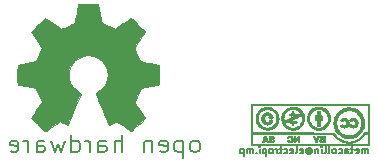
<source format=gbr>
G04 #@! TF.FileFunction,Legend,Bot*
%FSLAX46Y46*%
G04 Gerber Fmt 4.6, Leading zero omitted, Abs format (unit mm)*
G04 Created by KiCad (PCBNEW (2015-09-15 BZR 13, Git 37c8462)-brewed_product) date Thursday, 17 September 2015 'pmt' 19:10:14*
%MOMM*%
G01*
G04 APERTURE LIST*
%ADD10C,0.020000*%
%ADD11C,0.150000*%
%ADD12C,0.002540*%
G04 APERTURE END LIST*
D10*
D11*
X143657143Y-107071429D02*
X143657143Y-106671429D01*
X143657143Y-106728571D02*
X143628571Y-106700000D01*
X143571429Y-106671429D01*
X143485714Y-106671429D01*
X143428571Y-106700000D01*
X143400000Y-106757143D01*
X143400000Y-107071429D01*
X143400000Y-106757143D02*
X143371429Y-106700000D01*
X143314286Y-106671429D01*
X143228571Y-106671429D01*
X143171429Y-106700000D01*
X143142857Y-106757143D01*
X143142857Y-107071429D01*
X142628571Y-107042857D02*
X142685714Y-107071429D01*
X142800000Y-107071429D01*
X142857143Y-107042857D01*
X142885714Y-106985714D01*
X142885714Y-106757143D01*
X142857143Y-106700000D01*
X142800000Y-106671429D01*
X142685714Y-106671429D01*
X142628571Y-106700000D01*
X142600000Y-106757143D01*
X142600000Y-106814286D01*
X142885714Y-106871429D01*
X142428571Y-106671429D02*
X142200000Y-106671429D01*
X142342857Y-106471429D02*
X142342857Y-106985714D01*
X142314285Y-107042857D01*
X142257143Y-107071429D01*
X142200000Y-107071429D01*
X141742857Y-107071429D02*
X141742857Y-106757143D01*
X141771428Y-106700000D01*
X141828571Y-106671429D01*
X141942857Y-106671429D01*
X142000000Y-106700000D01*
X141742857Y-107042857D02*
X141800000Y-107071429D01*
X141942857Y-107071429D01*
X142000000Y-107042857D01*
X142028571Y-106985714D01*
X142028571Y-106928571D01*
X142000000Y-106871429D01*
X141942857Y-106842857D01*
X141800000Y-106842857D01*
X141742857Y-106814286D01*
X141200000Y-107042857D02*
X141257143Y-107071429D01*
X141371429Y-107071429D01*
X141428571Y-107042857D01*
X141457143Y-107014286D01*
X141485714Y-106957143D01*
X141485714Y-106785714D01*
X141457143Y-106728571D01*
X141428571Y-106700000D01*
X141371429Y-106671429D01*
X141257143Y-106671429D01*
X141200000Y-106700000D01*
X140857143Y-107071429D02*
X140914285Y-107042857D01*
X140942857Y-107014286D01*
X140971428Y-106957143D01*
X140971428Y-106785714D01*
X140942857Y-106728571D01*
X140914285Y-106700000D01*
X140857143Y-106671429D01*
X140771428Y-106671429D01*
X140714285Y-106700000D01*
X140685714Y-106728571D01*
X140657143Y-106785714D01*
X140657143Y-106957143D01*
X140685714Y-107014286D01*
X140714285Y-107042857D01*
X140771428Y-107071429D01*
X140857143Y-107071429D01*
X140314286Y-107071429D02*
X140371428Y-107042857D01*
X140400000Y-106985714D01*
X140400000Y-106471429D01*
X140000000Y-107071429D02*
X140057142Y-107042857D01*
X140085714Y-106985714D01*
X140085714Y-106471429D01*
X139771428Y-107071429D02*
X139771428Y-106671429D01*
X139771428Y-106471429D02*
X139799999Y-106500000D01*
X139771428Y-106528571D01*
X139742856Y-106500000D01*
X139771428Y-106471429D01*
X139771428Y-106528571D01*
X139485714Y-106671429D02*
X139485714Y-107071429D01*
X139485714Y-106728571D02*
X139457142Y-106700000D01*
X139400000Y-106671429D01*
X139314285Y-106671429D01*
X139257142Y-106700000D01*
X139228571Y-106757143D01*
X139228571Y-107071429D01*
X138571428Y-106785714D02*
X138600000Y-106757143D01*
X138657143Y-106728571D01*
X138714285Y-106728571D01*
X138771428Y-106757143D01*
X138800000Y-106785714D01*
X138828571Y-106842857D01*
X138828571Y-106900000D01*
X138800000Y-106957143D01*
X138771428Y-106985714D01*
X138714285Y-107014286D01*
X138657143Y-107014286D01*
X138600000Y-106985714D01*
X138571428Y-106957143D01*
X138571428Y-106728571D02*
X138571428Y-106957143D01*
X138542857Y-106985714D01*
X138514285Y-106985714D01*
X138457143Y-106957143D01*
X138428571Y-106900000D01*
X138428571Y-106757143D01*
X138485714Y-106671429D01*
X138571428Y-106614286D01*
X138685714Y-106585714D01*
X138800000Y-106614286D01*
X138885714Y-106671429D01*
X138942857Y-106757143D01*
X138971428Y-106871429D01*
X138942857Y-106985714D01*
X138885714Y-107071429D01*
X138800000Y-107128571D01*
X138685714Y-107157143D01*
X138571428Y-107128571D01*
X138485714Y-107071429D01*
X137942856Y-107042857D02*
X137999999Y-107071429D01*
X138114285Y-107071429D01*
X138171428Y-107042857D01*
X138199999Y-106985714D01*
X138199999Y-106757143D01*
X138171428Y-106700000D01*
X138114285Y-106671429D01*
X137999999Y-106671429D01*
X137942856Y-106700000D01*
X137914285Y-106757143D01*
X137914285Y-106814286D01*
X138199999Y-106871429D01*
X137571428Y-107071429D02*
X137628570Y-107042857D01*
X137657142Y-106985714D01*
X137657142Y-106471429D01*
X137114284Y-107042857D02*
X137171427Y-107071429D01*
X137285713Y-107071429D01*
X137342856Y-107042857D01*
X137371427Y-106985714D01*
X137371427Y-106757143D01*
X137342856Y-106700000D01*
X137285713Y-106671429D01*
X137171427Y-106671429D01*
X137114284Y-106700000D01*
X137085713Y-106757143D01*
X137085713Y-106814286D01*
X137371427Y-106871429D01*
X136571427Y-107042857D02*
X136628570Y-107071429D01*
X136742856Y-107071429D01*
X136799998Y-107042857D01*
X136828570Y-107014286D01*
X136857141Y-106957143D01*
X136857141Y-106785714D01*
X136828570Y-106728571D01*
X136799998Y-106700000D01*
X136742856Y-106671429D01*
X136628570Y-106671429D01*
X136571427Y-106700000D01*
X136399998Y-106671429D02*
X136171427Y-106671429D01*
X136314284Y-106471429D02*
X136314284Y-106985714D01*
X136285712Y-107042857D01*
X136228570Y-107071429D01*
X136171427Y-107071429D01*
X135971427Y-107071429D02*
X135971427Y-106671429D01*
X135971427Y-106785714D02*
X135942855Y-106728571D01*
X135914284Y-106700000D01*
X135857141Y-106671429D01*
X135799998Y-106671429D01*
X135514284Y-107071429D02*
X135571426Y-107042857D01*
X135599998Y-107014286D01*
X135628569Y-106957143D01*
X135628569Y-106785714D01*
X135599998Y-106728571D01*
X135571426Y-106700000D01*
X135514284Y-106671429D01*
X135428569Y-106671429D01*
X135371426Y-106700000D01*
X135342855Y-106728571D01*
X135314284Y-106785714D01*
X135314284Y-106957143D01*
X135342855Y-107014286D01*
X135371426Y-107042857D01*
X135428569Y-107071429D01*
X135514284Y-107071429D01*
X135057141Y-106671429D02*
X135057141Y-107271429D01*
X135057141Y-106700000D02*
X134999998Y-106671429D01*
X134885712Y-106671429D01*
X134828569Y-106700000D01*
X134799998Y-106728571D01*
X134771427Y-106785714D01*
X134771427Y-106957143D01*
X134799998Y-107014286D01*
X134828569Y-107042857D01*
X134885712Y-107071429D01*
X134999998Y-107071429D01*
X135057141Y-107042857D01*
X134514284Y-107071429D02*
X134514284Y-106671429D01*
X134514284Y-106471429D02*
X134542855Y-106500000D01*
X134514284Y-106528571D01*
X134485712Y-106500000D01*
X134514284Y-106471429D01*
X134514284Y-106528571D01*
X134228570Y-107014286D02*
X134199998Y-107042857D01*
X134228570Y-107071429D01*
X134257141Y-107042857D01*
X134228570Y-107014286D01*
X134228570Y-107071429D01*
X133942856Y-107071429D02*
X133942856Y-106671429D01*
X133942856Y-106728571D02*
X133914284Y-106700000D01*
X133857142Y-106671429D01*
X133771427Y-106671429D01*
X133714284Y-106700000D01*
X133685713Y-106757143D01*
X133685713Y-107071429D01*
X133685713Y-106757143D02*
X133657142Y-106700000D01*
X133599999Y-106671429D01*
X133514284Y-106671429D01*
X133457142Y-106700000D01*
X133428570Y-106757143D01*
X133428570Y-107071429D01*
X133142856Y-106671429D02*
X133142856Y-107271429D01*
X133142856Y-106700000D02*
X133085713Y-106671429D01*
X132971427Y-106671429D01*
X132914284Y-106700000D01*
X132885713Y-106728571D01*
X132857142Y-106785714D01*
X132857142Y-106957143D01*
X132885713Y-107014286D01*
X132914284Y-107042857D01*
X132971427Y-107071429D01*
X133085713Y-107071429D01*
X133142856Y-107042857D01*
D12*
G36*
X123637280Y-105189880D02*
X123573780Y-105156860D01*
X123434080Y-105067960D01*
X123233420Y-104938420D01*
X122997200Y-104778400D01*
X122758440Y-104618380D01*
X122562860Y-104486300D01*
X122425700Y-104399940D01*
X122369820Y-104366920D01*
X122339340Y-104377080D01*
X122225040Y-104432960D01*
X122062480Y-104519320D01*
X121965960Y-104567580D01*
X121816100Y-104633620D01*
X121742440Y-104646320D01*
X121729740Y-104626000D01*
X121673860Y-104509160D01*
X121587500Y-104313580D01*
X121473200Y-104051960D01*
X121343660Y-103749700D01*
X121206500Y-103419500D01*
X121066800Y-103084220D01*
X120934720Y-102766720D01*
X120815340Y-102479700D01*
X120721360Y-102246020D01*
X120660400Y-102083460D01*
X120637540Y-102012340D01*
X120645160Y-101997100D01*
X120718820Y-101925980D01*
X120850900Y-101826920D01*
X121135380Y-101595780D01*
X121414780Y-101245260D01*
X121584960Y-100849020D01*
X121643380Y-100407060D01*
X121595120Y-99998120D01*
X121432560Y-99604420D01*
X121158240Y-99251360D01*
X120825500Y-98987200D01*
X120436880Y-98822100D01*
X120000000Y-98766220D01*
X119580900Y-98814480D01*
X119179580Y-98971960D01*
X118826520Y-99241200D01*
X118676660Y-99413920D01*
X118470920Y-99772060D01*
X118354080Y-100158140D01*
X118341380Y-100254660D01*
X118359160Y-100676300D01*
X118483620Y-101080160D01*
X118704600Y-101440840D01*
X119014480Y-101738020D01*
X119052580Y-101765960D01*
X119197360Y-101872640D01*
X119291340Y-101946300D01*
X119367540Y-102007260D01*
X118831600Y-103300120D01*
X118745240Y-103505860D01*
X118597920Y-103856380D01*
X118468380Y-104161180D01*
X118364240Y-104405020D01*
X118293120Y-104565040D01*
X118262640Y-104631080D01*
X118257560Y-104633620D01*
X118211840Y-104641240D01*
X118112780Y-104605680D01*
X117932440Y-104519320D01*
X117813060Y-104458360D01*
X117675900Y-104392320D01*
X117614940Y-104366920D01*
X117561600Y-104394860D01*
X117429520Y-104481220D01*
X117239020Y-104610760D01*
X117007880Y-104765700D01*
X116786900Y-104915560D01*
X116583700Y-105050180D01*
X116436380Y-105144160D01*
X116365260Y-105182260D01*
X116355100Y-105182260D01*
X116291600Y-105146700D01*
X116174760Y-105050180D01*
X115999500Y-104882540D01*
X115750580Y-104638700D01*
X115712480Y-104600600D01*
X115506740Y-104392320D01*
X115341640Y-104217060D01*
X115229880Y-104092600D01*
X115189240Y-104036720D01*
X115189240Y-104036720D01*
X115227340Y-103965600D01*
X115318780Y-103818280D01*
X115453400Y-103615080D01*
X115615960Y-103373780D01*
X116045220Y-102754020D01*
X115809000Y-102167280D01*
X115737880Y-101986940D01*
X115646440Y-101768500D01*
X115577860Y-101613560D01*
X115542300Y-101544980D01*
X115478800Y-101522120D01*
X115318780Y-101484020D01*
X115085100Y-101435760D01*
X114808240Y-101384960D01*
X114544080Y-101336700D01*
X114305320Y-101290980D01*
X114132600Y-101257960D01*
X114053860Y-101242720D01*
X114036080Y-101230020D01*
X114020840Y-101191920D01*
X114010680Y-101110640D01*
X114005600Y-100965860D01*
X114000520Y-100737260D01*
X114000520Y-100407060D01*
X114000520Y-100371500D01*
X114005600Y-100056540D01*
X114010680Y-99805080D01*
X114018300Y-99639980D01*
X114031000Y-99573940D01*
X114031000Y-99573940D01*
X114104660Y-99556160D01*
X114274840Y-99520600D01*
X114513600Y-99472340D01*
X114798080Y-99419000D01*
X114815860Y-99416460D01*
X115100340Y-99360580D01*
X115336560Y-99312320D01*
X115504200Y-99274220D01*
X115572780Y-99251360D01*
X115588020Y-99231040D01*
X115646440Y-99119280D01*
X115727720Y-98944020D01*
X115821700Y-98730660D01*
X115913140Y-98507140D01*
X115994420Y-98306480D01*
X116047760Y-98156620D01*
X116063000Y-98088040D01*
X116063000Y-98088040D01*
X116019820Y-98019460D01*
X115923300Y-97872140D01*
X115783600Y-97668940D01*
X115618500Y-97427640D01*
X115605800Y-97407320D01*
X115443240Y-97168560D01*
X115311160Y-96965360D01*
X115222260Y-96820580D01*
X115189240Y-96757080D01*
X115189240Y-96752000D01*
X115245120Y-96680880D01*
X115367040Y-96543720D01*
X115542300Y-96360840D01*
X115750580Y-96150020D01*
X115819160Y-96083980D01*
X116050300Y-95855380D01*
X116212860Y-95708060D01*
X116314460Y-95626780D01*
X116362720Y-95609000D01*
X116365260Y-95611540D01*
X116436380Y-95654720D01*
X116588780Y-95753780D01*
X116794520Y-95893480D01*
X117038360Y-96058580D01*
X117053600Y-96068740D01*
X117294900Y-96231300D01*
X117493020Y-96368460D01*
X117635260Y-96462440D01*
X117698760Y-96498000D01*
X117708920Y-96498000D01*
X117805440Y-96470060D01*
X117975620Y-96411640D01*
X118186440Y-96330360D01*
X118407420Y-96241460D01*
X118610620Y-96155100D01*
X118760480Y-96086520D01*
X118831600Y-96045880D01*
X118834140Y-96043340D01*
X118859540Y-95956980D01*
X118900180Y-95776640D01*
X118953520Y-95530260D01*
X119006860Y-95235620D01*
X119017020Y-95189900D01*
X119070360Y-94902880D01*
X119116080Y-94666660D01*
X119151640Y-94504100D01*
X119166880Y-94435520D01*
X119207520Y-94427900D01*
X119347220Y-94417740D01*
X119560580Y-94410120D01*
X119819660Y-94407580D01*
X120091440Y-94410120D01*
X120355600Y-94415200D01*
X120581660Y-94422820D01*
X120744220Y-94435520D01*
X120812800Y-94448220D01*
X120815340Y-94453300D01*
X120838200Y-94542200D01*
X120878840Y-94720000D01*
X120929640Y-94968920D01*
X120985520Y-95263560D01*
X120995680Y-95316900D01*
X121049020Y-95601380D01*
X121097280Y-95835060D01*
X121132840Y-95995080D01*
X121150620Y-96058580D01*
X121176020Y-96071280D01*
X121292860Y-96124620D01*
X121483360Y-96203360D01*
X121722120Y-96299880D01*
X122270760Y-96520860D01*
X122943860Y-96058580D01*
X123004820Y-96017940D01*
X123248660Y-95852840D01*
X123446780Y-95720760D01*
X123586480Y-95631860D01*
X123642360Y-95598840D01*
X123647440Y-95601380D01*
X123716020Y-95659800D01*
X123848100Y-95784260D01*
X124030980Y-95962060D01*
X124241800Y-96172880D01*
X124399280Y-96330360D01*
X124584700Y-96518320D01*
X124701540Y-96645320D01*
X124767580Y-96726600D01*
X124790440Y-96777400D01*
X124782820Y-96810420D01*
X124739640Y-96879000D01*
X124640580Y-97026320D01*
X124503420Y-97232060D01*
X124338320Y-97468280D01*
X124203700Y-97668940D01*
X124056380Y-97895000D01*
X123962400Y-98055020D01*
X123929380Y-98133760D01*
X123937000Y-98166780D01*
X123985260Y-98298860D01*
X124064000Y-98499520D01*
X124165600Y-98735740D01*
X124399280Y-99269140D01*
X124749800Y-99335180D01*
X124960620Y-99375820D01*
X125257800Y-99434240D01*
X125542280Y-99487580D01*
X125984240Y-99573940D01*
X125999480Y-101199540D01*
X125930900Y-101230020D01*
X125864860Y-101247800D01*
X125702300Y-101283360D01*
X125468620Y-101329080D01*
X125191760Y-101382420D01*
X124955540Y-101425600D01*
X124719320Y-101471320D01*
X124549140Y-101504340D01*
X124472940Y-101519580D01*
X124455160Y-101544980D01*
X124394200Y-101661820D01*
X124310380Y-101842160D01*
X124216400Y-102063140D01*
X124122420Y-102289200D01*
X124038600Y-102500020D01*
X123980180Y-102660040D01*
X123957320Y-102743860D01*
X123990340Y-102804820D01*
X124079240Y-102944520D01*
X124211320Y-103142640D01*
X124371340Y-103378860D01*
X124533900Y-103615080D01*
X124668520Y-103815740D01*
X124765040Y-103960520D01*
X124803140Y-104026560D01*
X124782820Y-104072280D01*
X124688840Y-104186580D01*
X124511040Y-104369460D01*
X124246880Y-104631080D01*
X124203700Y-104674260D01*
X123992880Y-104874920D01*
X123815080Y-105040020D01*
X123693160Y-105149240D01*
X123637280Y-105189880D01*
X123637280Y-105189880D01*
G37*
X123637280Y-105189880D02*
X123573780Y-105156860D01*
X123434080Y-105067960D01*
X123233420Y-104938420D01*
X122997200Y-104778400D01*
X122758440Y-104618380D01*
X122562860Y-104486300D01*
X122425700Y-104399940D01*
X122369820Y-104366920D01*
X122339340Y-104377080D01*
X122225040Y-104432960D01*
X122062480Y-104519320D01*
X121965960Y-104567580D01*
X121816100Y-104633620D01*
X121742440Y-104646320D01*
X121729740Y-104626000D01*
X121673860Y-104509160D01*
X121587500Y-104313580D01*
X121473200Y-104051960D01*
X121343660Y-103749700D01*
X121206500Y-103419500D01*
X121066800Y-103084220D01*
X120934720Y-102766720D01*
X120815340Y-102479700D01*
X120721360Y-102246020D01*
X120660400Y-102083460D01*
X120637540Y-102012340D01*
X120645160Y-101997100D01*
X120718820Y-101925980D01*
X120850900Y-101826920D01*
X121135380Y-101595780D01*
X121414780Y-101245260D01*
X121584960Y-100849020D01*
X121643380Y-100407060D01*
X121595120Y-99998120D01*
X121432560Y-99604420D01*
X121158240Y-99251360D01*
X120825500Y-98987200D01*
X120436880Y-98822100D01*
X120000000Y-98766220D01*
X119580900Y-98814480D01*
X119179580Y-98971960D01*
X118826520Y-99241200D01*
X118676660Y-99413920D01*
X118470920Y-99772060D01*
X118354080Y-100158140D01*
X118341380Y-100254660D01*
X118359160Y-100676300D01*
X118483620Y-101080160D01*
X118704600Y-101440840D01*
X119014480Y-101738020D01*
X119052580Y-101765960D01*
X119197360Y-101872640D01*
X119291340Y-101946300D01*
X119367540Y-102007260D01*
X118831600Y-103300120D01*
X118745240Y-103505860D01*
X118597920Y-103856380D01*
X118468380Y-104161180D01*
X118364240Y-104405020D01*
X118293120Y-104565040D01*
X118262640Y-104631080D01*
X118257560Y-104633620D01*
X118211840Y-104641240D01*
X118112780Y-104605680D01*
X117932440Y-104519320D01*
X117813060Y-104458360D01*
X117675900Y-104392320D01*
X117614940Y-104366920D01*
X117561600Y-104394860D01*
X117429520Y-104481220D01*
X117239020Y-104610760D01*
X117007880Y-104765700D01*
X116786900Y-104915560D01*
X116583700Y-105050180D01*
X116436380Y-105144160D01*
X116365260Y-105182260D01*
X116355100Y-105182260D01*
X116291600Y-105146700D01*
X116174760Y-105050180D01*
X115999500Y-104882540D01*
X115750580Y-104638700D01*
X115712480Y-104600600D01*
X115506740Y-104392320D01*
X115341640Y-104217060D01*
X115229880Y-104092600D01*
X115189240Y-104036720D01*
X115189240Y-104036720D01*
X115227340Y-103965600D01*
X115318780Y-103818280D01*
X115453400Y-103615080D01*
X115615960Y-103373780D01*
X116045220Y-102754020D01*
X115809000Y-102167280D01*
X115737880Y-101986940D01*
X115646440Y-101768500D01*
X115577860Y-101613560D01*
X115542300Y-101544980D01*
X115478800Y-101522120D01*
X115318780Y-101484020D01*
X115085100Y-101435760D01*
X114808240Y-101384960D01*
X114544080Y-101336700D01*
X114305320Y-101290980D01*
X114132600Y-101257960D01*
X114053860Y-101242720D01*
X114036080Y-101230020D01*
X114020840Y-101191920D01*
X114010680Y-101110640D01*
X114005600Y-100965860D01*
X114000520Y-100737260D01*
X114000520Y-100407060D01*
X114000520Y-100371500D01*
X114005600Y-100056540D01*
X114010680Y-99805080D01*
X114018300Y-99639980D01*
X114031000Y-99573940D01*
X114031000Y-99573940D01*
X114104660Y-99556160D01*
X114274840Y-99520600D01*
X114513600Y-99472340D01*
X114798080Y-99419000D01*
X114815860Y-99416460D01*
X115100340Y-99360580D01*
X115336560Y-99312320D01*
X115504200Y-99274220D01*
X115572780Y-99251360D01*
X115588020Y-99231040D01*
X115646440Y-99119280D01*
X115727720Y-98944020D01*
X115821700Y-98730660D01*
X115913140Y-98507140D01*
X115994420Y-98306480D01*
X116047760Y-98156620D01*
X116063000Y-98088040D01*
X116063000Y-98088040D01*
X116019820Y-98019460D01*
X115923300Y-97872140D01*
X115783600Y-97668940D01*
X115618500Y-97427640D01*
X115605800Y-97407320D01*
X115443240Y-97168560D01*
X115311160Y-96965360D01*
X115222260Y-96820580D01*
X115189240Y-96757080D01*
X115189240Y-96752000D01*
X115245120Y-96680880D01*
X115367040Y-96543720D01*
X115542300Y-96360840D01*
X115750580Y-96150020D01*
X115819160Y-96083980D01*
X116050300Y-95855380D01*
X116212860Y-95708060D01*
X116314460Y-95626780D01*
X116362720Y-95609000D01*
X116365260Y-95611540D01*
X116436380Y-95654720D01*
X116588780Y-95753780D01*
X116794520Y-95893480D01*
X117038360Y-96058580D01*
X117053600Y-96068740D01*
X117294900Y-96231300D01*
X117493020Y-96368460D01*
X117635260Y-96462440D01*
X117698760Y-96498000D01*
X117708920Y-96498000D01*
X117805440Y-96470060D01*
X117975620Y-96411640D01*
X118186440Y-96330360D01*
X118407420Y-96241460D01*
X118610620Y-96155100D01*
X118760480Y-96086520D01*
X118831600Y-96045880D01*
X118834140Y-96043340D01*
X118859540Y-95956980D01*
X118900180Y-95776640D01*
X118953520Y-95530260D01*
X119006860Y-95235620D01*
X119017020Y-95189900D01*
X119070360Y-94902880D01*
X119116080Y-94666660D01*
X119151640Y-94504100D01*
X119166880Y-94435520D01*
X119207520Y-94427900D01*
X119347220Y-94417740D01*
X119560580Y-94410120D01*
X119819660Y-94407580D01*
X120091440Y-94410120D01*
X120355600Y-94415200D01*
X120581660Y-94422820D01*
X120744220Y-94435520D01*
X120812800Y-94448220D01*
X120815340Y-94453300D01*
X120838200Y-94542200D01*
X120878840Y-94720000D01*
X120929640Y-94968920D01*
X120985520Y-95263560D01*
X120995680Y-95316900D01*
X121049020Y-95601380D01*
X121097280Y-95835060D01*
X121132840Y-95995080D01*
X121150620Y-96058580D01*
X121176020Y-96071280D01*
X121292860Y-96124620D01*
X121483360Y-96203360D01*
X121722120Y-96299880D01*
X122270760Y-96520860D01*
X122943860Y-96058580D01*
X123004820Y-96017940D01*
X123248660Y-95852840D01*
X123446780Y-95720760D01*
X123586480Y-95631860D01*
X123642360Y-95598840D01*
X123647440Y-95601380D01*
X123716020Y-95659800D01*
X123848100Y-95784260D01*
X124030980Y-95962060D01*
X124241800Y-96172880D01*
X124399280Y-96330360D01*
X124584700Y-96518320D01*
X124701540Y-96645320D01*
X124767580Y-96726600D01*
X124790440Y-96777400D01*
X124782820Y-96810420D01*
X124739640Y-96879000D01*
X124640580Y-97026320D01*
X124503420Y-97232060D01*
X124338320Y-97468280D01*
X124203700Y-97668940D01*
X124056380Y-97895000D01*
X123962400Y-98055020D01*
X123929380Y-98133760D01*
X123937000Y-98166780D01*
X123985260Y-98298860D01*
X124064000Y-98499520D01*
X124165600Y-98735740D01*
X124399280Y-99269140D01*
X124749800Y-99335180D01*
X124960620Y-99375820D01*
X125257800Y-99434240D01*
X125542280Y-99487580D01*
X125984240Y-99573940D01*
X125999480Y-101199540D01*
X125930900Y-101230020D01*
X125864860Y-101247800D01*
X125702300Y-101283360D01*
X125468620Y-101329080D01*
X125191760Y-101382420D01*
X124955540Y-101425600D01*
X124719320Y-101471320D01*
X124549140Y-101504340D01*
X124472940Y-101519580D01*
X124455160Y-101544980D01*
X124394200Y-101661820D01*
X124310380Y-101842160D01*
X124216400Y-102063140D01*
X124122420Y-102289200D01*
X124038600Y-102500020D01*
X123980180Y-102660040D01*
X123957320Y-102743860D01*
X123990340Y-102804820D01*
X124079240Y-102944520D01*
X124211320Y-103142640D01*
X124371340Y-103378860D01*
X124533900Y-103615080D01*
X124668520Y-103815740D01*
X124765040Y-103960520D01*
X124803140Y-104026560D01*
X124782820Y-104072280D01*
X124688840Y-104186580D01*
X124511040Y-104369460D01*
X124246880Y-104631080D01*
X124203700Y-104674260D01*
X123992880Y-104874920D01*
X123815080Y-105040020D01*
X123693160Y-105149240D01*
X123637280Y-105189880D01*
G36*
X133801280Y-106350060D02*
X133890180Y-106350060D01*
X133890180Y-105298500D01*
X133890180Y-104150420D01*
X133890180Y-102999800D01*
X133920660Y-102969320D01*
X133948600Y-102941380D01*
X138800000Y-102941380D01*
X143651400Y-102941380D01*
X143679340Y-102969320D01*
X143709820Y-102999800D01*
X143709820Y-104150420D01*
X143709820Y-105298500D01*
X143532020Y-105298500D01*
X143354220Y-105298500D01*
X143288180Y-105400100D01*
X143191660Y-105532180D01*
X143079900Y-105651560D01*
X142955440Y-105758240D01*
X142818280Y-105852220D01*
X142673500Y-105930960D01*
X142518560Y-105991920D01*
X142356000Y-106037640D01*
X142226460Y-106057960D01*
X142160420Y-106063040D01*
X142079140Y-106065580D01*
X141992780Y-106063040D01*
X141906420Y-106055420D01*
X141827680Y-106047800D01*
X141781960Y-106040180D01*
X141611780Y-105994460D01*
X141454300Y-105936040D01*
X141304440Y-105857300D01*
X141167280Y-105763320D01*
X141037740Y-105649020D01*
X140984400Y-105595680D01*
X140941220Y-105547420D01*
X140895500Y-105491540D01*
X140854860Y-105438200D01*
X140829460Y-105400100D01*
X140763420Y-105301040D01*
X137329340Y-105298500D01*
X133890180Y-105298500D01*
X133890180Y-106350060D01*
X133900340Y-106350060D01*
X133900340Y-106268780D01*
X133900340Y-105829360D01*
X133900340Y-105389940D01*
X137301400Y-105389940D01*
X140697380Y-105389940D01*
X140760880Y-105481380D01*
X140837080Y-105588060D01*
X140910740Y-105682040D01*
X140989480Y-105760780D01*
X141070760Y-105826820D01*
X141162200Y-105890320D01*
X141230780Y-105930960D01*
X141340000Y-105986840D01*
X141436520Y-106032560D01*
X141527960Y-106068120D01*
X141621940Y-106098600D01*
X141718460Y-106124000D01*
X141723540Y-106124000D01*
X141868320Y-106149400D01*
X142000400Y-106162100D01*
X142129940Y-106162100D01*
X142262020Y-106149400D01*
X142396640Y-106124000D01*
X142549040Y-106078280D01*
X142701440Y-106012240D01*
X142858920Y-105928420D01*
X143016400Y-105824280D01*
X143069740Y-105786180D01*
X143110380Y-105753160D01*
X143156100Y-105707440D01*
X143206900Y-105656640D01*
X143260240Y-105600760D01*
X143308500Y-105544880D01*
X143351680Y-105494080D01*
X143384700Y-105448360D01*
X143399940Y-105420420D01*
X143417720Y-105389940D01*
X143567580Y-105389940D01*
X143719980Y-105389940D01*
X143719980Y-105829360D01*
X143719980Y-106268780D01*
X138807620Y-106268780D01*
X133900340Y-106268780D01*
X133900340Y-106350060D01*
X138794920Y-106350060D01*
X143786020Y-106350060D01*
X143793640Y-106205280D01*
X143793640Y-106177340D01*
X143796180Y-106131620D01*
X143796180Y-106068120D01*
X143796180Y-105989380D01*
X143796180Y-105897940D01*
X143798720Y-105796340D01*
X143798720Y-105679500D01*
X143798720Y-105555040D01*
X143798720Y-105422960D01*
X143798720Y-105280720D01*
X143798720Y-105133400D01*
X143798720Y-104981000D01*
X143798720Y-104826060D01*
X143798720Y-104668580D01*
X143796180Y-104513640D01*
X143796180Y-104353620D01*
X143796180Y-104196140D01*
X143796180Y-104043740D01*
X143796180Y-103891340D01*
X143793640Y-103746560D01*
X143793640Y-103609400D01*
X143793640Y-103479860D01*
X143793640Y-103357940D01*
X143791100Y-103246180D01*
X143791100Y-103147120D01*
X143791100Y-103060760D01*
X143788560Y-102987100D01*
X143788560Y-102931220D01*
X143788560Y-102890580D01*
X143786020Y-102867720D01*
X143786020Y-102865180D01*
X143775860Y-102862640D01*
X143745380Y-102862640D01*
X143697120Y-102862640D01*
X143631080Y-102862640D01*
X143549800Y-102862640D01*
X143448200Y-102862640D01*
X143333900Y-102860100D01*
X143204360Y-102860100D01*
X143059580Y-102860100D01*
X142902100Y-102860100D01*
X142731920Y-102860100D01*
X142551580Y-102860100D01*
X142358540Y-102857560D01*
X142155340Y-102857560D01*
X141941980Y-102857560D01*
X141718460Y-102857560D01*
X141487320Y-102857560D01*
X141251100Y-102857560D01*
X141004720Y-102857560D01*
X140753260Y-102857560D01*
X140496720Y-102855020D01*
X140237640Y-102855020D01*
X139970940Y-102855020D01*
X139704240Y-102855020D01*
X139432460Y-102855020D01*
X139160680Y-102855020D01*
X138888900Y-102855020D01*
X138617120Y-102855020D01*
X138345340Y-102855020D01*
X138073560Y-102855020D01*
X137804320Y-102855020D01*
X137537620Y-102855020D01*
X137276000Y-102855020D01*
X137016920Y-102855020D01*
X136762920Y-102855020D01*
X136514000Y-102855020D01*
X136272700Y-102855020D01*
X136036480Y-102855020D01*
X135810420Y-102855020D01*
X135591980Y-102855020D01*
X135383700Y-102855020D01*
X135185580Y-102855020D01*
X134995080Y-102855020D01*
X134819820Y-102855020D01*
X134654720Y-102855020D01*
X134504860Y-102855020D01*
X134367700Y-102855020D01*
X134243240Y-102855020D01*
X134136560Y-102855020D01*
X134045120Y-102857560D01*
X133968920Y-102857560D01*
X133910500Y-102857560D01*
X133872400Y-102857560D01*
X133849540Y-102857560D01*
X133847000Y-102857560D01*
X133801280Y-102862640D01*
X133801280Y-104605080D01*
X133801280Y-106350060D01*
X133801280Y-106350060D01*
X133801280Y-106350060D01*
G37*
X133801280Y-106350060D02*
X133890180Y-106350060D01*
X133890180Y-105298500D01*
X133890180Y-104150420D01*
X133890180Y-102999800D01*
X133920660Y-102969320D01*
X133948600Y-102941380D01*
X138800000Y-102941380D01*
X143651400Y-102941380D01*
X143679340Y-102969320D01*
X143709820Y-102999800D01*
X143709820Y-104150420D01*
X143709820Y-105298500D01*
X143532020Y-105298500D01*
X143354220Y-105298500D01*
X143288180Y-105400100D01*
X143191660Y-105532180D01*
X143079900Y-105651560D01*
X142955440Y-105758240D01*
X142818280Y-105852220D01*
X142673500Y-105930960D01*
X142518560Y-105991920D01*
X142356000Y-106037640D01*
X142226460Y-106057960D01*
X142160420Y-106063040D01*
X142079140Y-106065580D01*
X141992780Y-106063040D01*
X141906420Y-106055420D01*
X141827680Y-106047800D01*
X141781960Y-106040180D01*
X141611780Y-105994460D01*
X141454300Y-105936040D01*
X141304440Y-105857300D01*
X141167280Y-105763320D01*
X141037740Y-105649020D01*
X140984400Y-105595680D01*
X140941220Y-105547420D01*
X140895500Y-105491540D01*
X140854860Y-105438200D01*
X140829460Y-105400100D01*
X140763420Y-105301040D01*
X137329340Y-105298500D01*
X133890180Y-105298500D01*
X133890180Y-106350060D01*
X133900340Y-106350060D01*
X133900340Y-106268780D01*
X133900340Y-105829360D01*
X133900340Y-105389940D01*
X137301400Y-105389940D01*
X140697380Y-105389940D01*
X140760880Y-105481380D01*
X140837080Y-105588060D01*
X140910740Y-105682040D01*
X140989480Y-105760780D01*
X141070760Y-105826820D01*
X141162200Y-105890320D01*
X141230780Y-105930960D01*
X141340000Y-105986840D01*
X141436520Y-106032560D01*
X141527960Y-106068120D01*
X141621940Y-106098600D01*
X141718460Y-106124000D01*
X141723540Y-106124000D01*
X141868320Y-106149400D01*
X142000400Y-106162100D01*
X142129940Y-106162100D01*
X142262020Y-106149400D01*
X142396640Y-106124000D01*
X142549040Y-106078280D01*
X142701440Y-106012240D01*
X142858920Y-105928420D01*
X143016400Y-105824280D01*
X143069740Y-105786180D01*
X143110380Y-105753160D01*
X143156100Y-105707440D01*
X143206900Y-105656640D01*
X143260240Y-105600760D01*
X143308500Y-105544880D01*
X143351680Y-105494080D01*
X143384700Y-105448360D01*
X143399940Y-105420420D01*
X143417720Y-105389940D01*
X143567580Y-105389940D01*
X143719980Y-105389940D01*
X143719980Y-105829360D01*
X143719980Y-106268780D01*
X138807620Y-106268780D01*
X133900340Y-106268780D01*
X133900340Y-106350060D01*
X138794920Y-106350060D01*
X143786020Y-106350060D01*
X143793640Y-106205280D01*
X143793640Y-106177340D01*
X143796180Y-106131620D01*
X143796180Y-106068120D01*
X143796180Y-105989380D01*
X143796180Y-105897940D01*
X143798720Y-105796340D01*
X143798720Y-105679500D01*
X143798720Y-105555040D01*
X143798720Y-105422960D01*
X143798720Y-105280720D01*
X143798720Y-105133400D01*
X143798720Y-104981000D01*
X143798720Y-104826060D01*
X143798720Y-104668580D01*
X143796180Y-104513640D01*
X143796180Y-104353620D01*
X143796180Y-104196140D01*
X143796180Y-104043740D01*
X143796180Y-103891340D01*
X143793640Y-103746560D01*
X143793640Y-103609400D01*
X143793640Y-103479860D01*
X143793640Y-103357940D01*
X143791100Y-103246180D01*
X143791100Y-103147120D01*
X143791100Y-103060760D01*
X143788560Y-102987100D01*
X143788560Y-102931220D01*
X143788560Y-102890580D01*
X143786020Y-102867720D01*
X143786020Y-102865180D01*
X143775860Y-102862640D01*
X143745380Y-102862640D01*
X143697120Y-102862640D01*
X143631080Y-102862640D01*
X143549800Y-102862640D01*
X143448200Y-102862640D01*
X143333900Y-102860100D01*
X143204360Y-102860100D01*
X143059580Y-102860100D01*
X142902100Y-102860100D01*
X142731920Y-102860100D01*
X142551580Y-102860100D01*
X142358540Y-102857560D01*
X142155340Y-102857560D01*
X141941980Y-102857560D01*
X141718460Y-102857560D01*
X141487320Y-102857560D01*
X141251100Y-102857560D01*
X141004720Y-102857560D01*
X140753260Y-102857560D01*
X140496720Y-102855020D01*
X140237640Y-102855020D01*
X139970940Y-102855020D01*
X139704240Y-102855020D01*
X139432460Y-102855020D01*
X139160680Y-102855020D01*
X138888900Y-102855020D01*
X138617120Y-102855020D01*
X138345340Y-102855020D01*
X138073560Y-102855020D01*
X137804320Y-102855020D01*
X137537620Y-102855020D01*
X137276000Y-102855020D01*
X137016920Y-102855020D01*
X136762920Y-102855020D01*
X136514000Y-102855020D01*
X136272700Y-102855020D01*
X136036480Y-102855020D01*
X135810420Y-102855020D01*
X135591980Y-102855020D01*
X135383700Y-102855020D01*
X135185580Y-102855020D01*
X134995080Y-102855020D01*
X134819820Y-102855020D01*
X134654720Y-102855020D01*
X134504860Y-102855020D01*
X134367700Y-102855020D01*
X134243240Y-102855020D01*
X134136560Y-102855020D01*
X134045120Y-102857560D01*
X133968920Y-102857560D01*
X133910500Y-102857560D01*
X133872400Y-102857560D01*
X133849540Y-102857560D01*
X133847000Y-102857560D01*
X133801280Y-102862640D01*
X133801280Y-104605080D01*
X133801280Y-106350060D01*
X133801280Y-106350060D01*
G36*
X136811180Y-105918260D02*
X136816260Y-105946200D01*
X136841660Y-106017320D01*
X136879760Y-106070660D01*
X136930560Y-106111300D01*
X136991520Y-106134160D01*
X137062640Y-106141780D01*
X137105820Y-106136700D01*
X137159160Y-106126540D01*
X137199800Y-106106220D01*
X137240440Y-106073200D01*
X137258220Y-106055420D01*
X137296320Y-105999540D01*
X137321720Y-105933500D01*
X137329340Y-105864920D01*
X137324260Y-105793800D01*
X137306480Y-105725220D01*
X137270920Y-105664260D01*
X137250600Y-105638860D01*
X137197260Y-105598220D01*
X137136300Y-105572820D01*
X137072800Y-105562660D01*
X137009300Y-105567740D01*
X136950880Y-105585520D01*
X136897540Y-105618540D01*
X136854360Y-105664260D01*
X136841660Y-105689660D01*
X136828960Y-105717600D01*
X136821340Y-105743000D01*
X136821340Y-105748080D01*
X136823880Y-105760780D01*
X136834040Y-105765860D01*
X136856900Y-105768400D01*
X136874680Y-105768400D01*
X136907700Y-105768400D01*
X136925480Y-105763320D01*
X136938180Y-105753160D01*
X136945800Y-105737920D01*
X136976280Y-105699820D01*
X137014380Y-105679500D01*
X137057560Y-105669340D01*
X137100740Y-105676960D01*
X137141380Y-105697280D01*
X137174400Y-105732840D01*
X137184560Y-105753160D01*
X137197260Y-105793800D01*
X137202340Y-105847140D01*
X137199800Y-105900480D01*
X137189640Y-105946200D01*
X137184560Y-105956360D01*
X137154080Y-105999540D01*
X137113440Y-106024940D01*
X137067720Y-106037640D01*
X137022000Y-106032560D01*
X137001680Y-106022400D01*
X136973740Y-106002080D01*
X136953420Y-105971600D01*
X136940720Y-105941120D01*
X136940720Y-105933500D01*
X136938180Y-105925880D01*
X136922940Y-105920800D01*
X136895000Y-105918260D01*
X136877220Y-105918260D01*
X136811180Y-105918260D01*
X136811180Y-105918260D01*
X136811180Y-105918260D01*
G37*
X136811180Y-105918260D02*
X136816260Y-105946200D01*
X136841660Y-106017320D01*
X136879760Y-106070660D01*
X136930560Y-106111300D01*
X136991520Y-106134160D01*
X137062640Y-106141780D01*
X137105820Y-106136700D01*
X137159160Y-106126540D01*
X137199800Y-106106220D01*
X137240440Y-106073200D01*
X137258220Y-106055420D01*
X137296320Y-105999540D01*
X137321720Y-105933500D01*
X137329340Y-105864920D01*
X137324260Y-105793800D01*
X137306480Y-105725220D01*
X137270920Y-105664260D01*
X137250600Y-105638860D01*
X137197260Y-105598220D01*
X137136300Y-105572820D01*
X137072800Y-105562660D01*
X137009300Y-105567740D01*
X136950880Y-105585520D01*
X136897540Y-105618540D01*
X136854360Y-105664260D01*
X136841660Y-105689660D01*
X136828960Y-105717600D01*
X136821340Y-105743000D01*
X136821340Y-105748080D01*
X136823880Y-105760780D01*
X136834040Y-105765860D01*
X136856900Y-105768400D01*
X136874680Y-105768400D01*
X136907700Y-105768400D01*
X136925480Y-105763320D01*
X136938180Y-105753160D01*
X136945800Y-105737920D01*
X136976280Y-105699820D01*
X137014380Y-105679500D01*
X137057560Y-105669340D01*
X137100740Y-105676960D01*
X137141380Y-105697280D01*
X137174400Y-105732840D01*
X137184560Y-105753160D01*
X137197260Y-105793800D01*
X137202340Y-105847140D01*
X137199800Y-105900480D01*
X137189640Y-105946200D01*
X137184560Y-105956360D01*
X137154080Y-105999540D01*
X137113440Y-106024940D01*
X137067720Y-106037640D01*
X137022000Y-106032560D01*
X137001680Y-106022400D01*
X136973740Y-106002080D01*
X136953420Y-105971600D01*
X136940720Y-105941120D01*
X136940720Y-105933500D01*
X136938180Y-105925880D01*
X136922940Y-105920800D01*
X136895000Y-105918260D01*
X136877220Y-105918260D01*
X136811180Y-105918260D01*
X136811180Y-105918260D01*
G36*
X135261780Y-105989380D02*
X135271940Y-106027480D01*
X135294800Y-106063040D01*
X135302420Y-106073200D01*
X135340520Y-106106220D01*
X135393860Y-106129080D01*
X135454820Y-106141780D01*
X135518320Y-106141780D01*
X135525940Y-106141780D01*
X135597060Y-106126540D01*
X135652940Y-106096060D01*
X135693580Y-106055420D01*
X135718980Y-106002080D01*
X135721520Y-105997000D01*
X135726600Y-105966520D01*
X135721520Y-105948740D01*
X135703740Y-105941120D01*
X135670720Y-105941120D01*
X135660560Y-105941120D01*
X135630080Y-105943660D01*
X135612300Y-105948740D01*
X135602140Y-105961440D01*
X135597060Y-105979220D01*
X135576740Y-106012240D01*
X135543720Y-106037640D01*
X135500540Y-106047800D01*
X135452280Y-106042720D01*
X135424340Y-106035100D01*
X135393860Y-106017320D01*
X135381160Y-105994460D01*
X135383700Y-105966520D01*
X135391320Y-105951280D01*
X135406560Y-105938580D01*
X135431960Y-105925880D01*
X135470060Y-105910640D01*
X135523400Y-105892860D01*
X135551340Y-105885240D01*
X135599600Y-105870000D01*
X135632620Y-105854760D01*
X135655480Y-105839520D01*
X135668180Y-105824280D01*
X135698660Y-105778560D01*
X135708820Y-105735380D01*
X135703740Y-105689660D01*
X135683420Y-105649020D01*
X135650400Y-105613460D01*
X135607220Y-105585520D01*
X135556420Y-105567740D01*
X135498000Y-105562660D01*
X135442120Y-105567740D01*
X135378620Y-105588060D01*
X135330360Y-105616000D01*
X135299880Y-105656640D01*
X135284640Y-105707440D01*
X135284640Y-105707440D01*
X135279560Y-105748080D01*
X135335440Y-105748080D01*
X135368460Y-105748080D01*
X135386240Y-105743000D01*
X135396400Y-105735380D01*
X135404020Y-105717600D01*
X135421800Y-105687120D01*
X135454820Y-105669340D01*
X135492920Y-105659180D01*
X135531020Y-105664260D01*
X135564040Y-105679500D01*
X135566580Y-105684580D01*
X135584360Y-105704900D01*
X135589440Y-105722680D01*
X135579280Y-105740460D01*
X135574200Y-105748080D01*
X135551340Y-105760780D01*
X135510700Y-105778560D01*
X135452280Y-105796340D01*
X135447200Y-105796340D01*
X135381160Y-105819200D01*
X135330360Y-105839520D01*
X135297340Y-105864920D01*
X135274480Y-105895400D01*
X135264320Y-105933500D01*
X135264320Y-105941120D01*
X135261780Y-105989380D01*
X135261780Y-105989380D01*
X135261780Y-105989380D01*
G37*
X135261780Y-105989380D02*
X135271940Y-106027480D01*
X135294800Y-106063040D01*
X135302420Y-106073200D01*
X135340520Y-106106220D01*
X135393860Y-106129080D01*
X135454820Y-106141780D01*
X135518320Y-106141780D01*
X135525940Y-106141780D01*
X135597060Y-106126540D01*
X135652940Y-106096060D01*
X135693580Y-106055420D01*
X135718980Y-106002080D01*
X135721520Y-105997000D01*
X135726600Y-105966520D01*
X135721520Y-105948740D01*
X135703740Y-105941120D01*
X135670720Y-105941120D01*
X135660560Y-105941120D01*
X135630080Y-105943660D01*
X135612300Y-105948740D01*
X135602140Y-105961440D01*
X135597060Y-105979220D01*
X135576740Y-106012240D01*
X135543720Y-106037640D01*
X135500540Y-106047800D01*
X135452280Y-106042720D01*
X135424340Y-106035100D01*
X135393860Y-106017320D01*
X135381160Y-105994460D01*
X135383700Y-105966520D01*
X135391320Y-105951280D01*
X135406560Y-105938580D01*
X135431960Y-105925880D01*
X135470060Y-105910640D01*
X135523400Y-105892860D01*
X135551340Y-105885240D01*
X135599600Y-105870000D01*
X135632620Y-105854760D01*
X135655480Y-105839520D01*
X135668180Y-105824280D01*
X135698660Y-105778560D01*
X135708820Y-105735380D01*
X135703740Y-105689660D01*
X135683420Y-105649020D01*
X135650400Y-105613460D01*
X135607220Y-105585520D01*
X135556420Y-105567740D01*
X135498000Y-105562660D01*
X135442120Y-105567740D01*
X135378620Y-105588060D01*
X135330360Y-105616000D01*
X135299880Y-105656640D01*
X135284640Y-105707440D01*
X135284640Y-105707440D01*
X135279560Y-105748080D01*
X135335440Y-105748080D01*
X135368460Y-105748080D01*
X135386240Y-105743000D01*
X135396400Y-105735380D01*
X135404020Y-105717600D01*
X135421800Y-105687120D01*
X135454820Y-105669340D01*
X135492920Y-105659180D01*
X135531020Y-105664260D01*
X135564040Y-105679500D01*
X135566580Y-105684580D01*
X135584360Y-105704900D01*
X135589440Y-105722680D01*
X135579280Y-105740460D01*
X135574200Y-105748080D01*
X135551340Y-105760780D01*
X135510700Y-105778560D01*
X135452280Y-105796340D01*
X135447200Y-105796340D01*
X135381160Y-105819200D01*
X135330360Y-105839520D01*
X135297340Y-105864920D01*
X135274480Y-105895400D01*
X135264320Y-105933500D01*
X135264320Y-105941120D01*
X135261780Y-105989380D01*
X135261780Y-105989380D01*
G36*
X139562000Y-105989380D02*
X139577240Y-106040180D01*
X139610260Y-106083360D01*
X139653440Y-106108760D01*
X139671220Y-106116380D01*
X139689000Y-106121460D01*
X139689000Y-105958900D01*
X139691540Y-105928420D01*
X139704240Y-105908100D01*
X139709320Y-105905560D01*
X139709320Y-105730300D01*
X139719480Y-105702360D01*
X139724560Y-105694740D01*
X139739800Y-105684580D01*
X139767740Y-105679500D01*
X139808380Y-105679500D01*
X139818540Y-105679500D01*
X139897280Y-105679500D01*
X139899820Y-105709980D01*
X139902360Y-105743000D01*
X139899820Y-105770940D01*
X139897280Y-105786180D01*
X139892200Y-105793800D01*
X139876960Y-105798880D01*
X139849020Y-105798880D01*
X139826160Y-105798880D01*
X139775360Y-105796340D01*
X139739800Y-105788720D01*
X139732180Y-105783640D01*
X139714400Y-105760780D01*
X139709320Y-105730300D01*
X139709320Y-105905560D01*
X139729640Y-105895400D01*
X139767740Y-105890320D01*
X139816000Y-105887780D01*
X139899820Y-105887780D01*
X139899820Y-105958900D01*
X139899820Y-106030020D01*
X139810920Y-106030020D01*
X139765200Y-106027480D01*
X139734720Y-106024940D01*
X139714400Y-106017320D01*
X139706780Y-106012240D01*
X139691540Y-105986840D01*
X139689000Y-105958900D01*
X139689000Y-106121460D01*
X139694080Y-106121460D01*
X139722020Y-106126540D01*
X139760120Y-106126540D01*
X139813460Y-106129080D01*
X139861720Y-106129080D01*
X140029360Y-106129080D01*
X140029360Y-105854760D01*
X140029360Y-105577900D01*
X139864260Y-105577900D01*
X139790600Y-105580440D01*
X139737260Y-105580440D01*
X139694080Y-105585520D01*
X139663600Y-105593140D01*
X139640740Y-105603300D01*
X139622960Y-105618540D01*
X139615340Y-105626160D01*
X139600100Y-105654100D01*
X139592480Y-105692200D01*
X139589940Y-105732840D01*
X139592480Y-105753160D01*
X139605180Y-105778560D01*
X139625500Y-105803960D01*
X139628040Y-105806500D01*
X139643280Y-105824280D01*
X139645820Y-105834440D01*
X139638200Y-105836980D01*
X139612800Y-105854760D01*
X139584860Y-105882700D01*
X139567080Y-105918260D01*
X139564540Y-105933500D01*
X139562000Y-105989380D01*
X139562000Y-105989380D01*
X139562000Y-105989380D01*
G37*
X139562000Y-105989380D02*
X139577240Y-106040180D01*
X139610260Y-106083360D01*
X139653440Y-106108760D01*
X139671220Y-106116380D01*
X139689000Y-106121460D01*
X139689000Y-105958900D01*
X139691540Y-105928420D01*
X139704240Y-105908100D01*
X139709320Y-105905560D01*
X139709320Y-105730300D01*
X139719480Y-105702360D01*
X139724560Y-105694740D01*
X139739800Y-105684580D01*
X139767740Y-105679500D01*
X139808380Y-105679500D01*
X139818540Y-105679500D01*
X139897280Y-105679500D01*
X139899820Y-105709980D01*
X139902360Y-105743000D01*
X139899820Y-105770940D01*
X139897280Y-105786180D01*
X139892200Y-105793800D01*
X139876960Y-105798880D01*
X139849020Y-105798880D01*
X139826160Y-105798880D01*
X139775360Y-105796340D01*
X139739800Y-105788720D01*
X139732180Y-105783640D01*
X139714400Y-105760780D01*
X139709320Y-105730300D01*
X139709320Y-105905560D01*
X139729640Y-105895400D01*
X139767740Y-105890320D01*
X139816000Y-105887780D01*
X139899820Y-105887780D01*
X139899820Y-105958900D01*
X139899820Y-106030020D01*
X139810920Y-106030020D01*
X139765200Y-106027480D01*
X139734720Y-106024940D01*
X139714400Y-106017320D01*
X139706780Y-106012240D01*
X139691540Y-105986840D01*
X139689000Y-105958900D01*
X139689000Y-106121460D01*
X139694080Y-106121460D01*
X139722020Y-106126540D01*
X139760120Y-106126540D01*
X139813460Y-106129080D01*
X139861720Y-106129080D01*
X140029360Y-106129080D01*
X140029360Y-105854760D01*
X140029360Y-105577900D01*
X139864260Y-105577900D01*
X139790600Y-105580440D01*
X139737260Y-105580440D01*
X139694080Y-105585520D01*
X139663600Y-105593140D01*
X139640740Y-105603300D01*
X139622960Y-105618540D01*
X139615340Y-105626160D01*
X139600100Y-105654100D01*
X139592480Y-105692200D01*
X139589940Y-105732840D01*
X139592480Y-105753160D01*
X139605180Y-105778560D01*
X139625500Y-105803960D01*
X139628040Y-105806500D01*
X139643280Y-105824280D01*
X139645820Y-105834440D01*
X139638200Y-105836980D01*
X139612800Y-105854760D01*
X139584860Y-105882700D01*
X139567080Y-105918260D01*
X139564540Y-105933500D01*
X139562000Y-105989380D01*
X139562000Y-105989380D01*
G36*
X139010820Y-105577900D02*
X139114960Y-105753160D01*
X139219100Y-105928420D01*
X139219100Y-106027480D01*
X139219100Y-106129080D01*
X139277520Y-106129080D01*
X139338480Y-106129080D01*
X139338480Y-106022400D01*
X139338480Y-105915720D01*
X139435000Y-105755700D01*
X139465480Y-105704900D01*
X139493420Y-105659180D01*
X139513740Y-105621080D01*
X139528980Y-105598220D01*
X139536600Y-105585520D01*
X139528980Y-105582980D01*
X139506120Y-105580440D01*
X139473100Y-105577900D01*
X139470560Y-105577900D01*
X139399440Y-105577900D01*
X139338480Y-105684580D01*
X139310540Y-105732840D01*
X139290220Y-105763320D01*
X139274980Y-105778560D01*
X139267360Y-105778560D01*
X139259740Y-105763320D01*
X139244500Y-105737920D01*
X139221640Y-105699820D01*
X139206400Y-105674420D01*
X139153060Y-105582980D01*
X139081940Y-105580440D01*
X139010820Y-105577900D01*
X139010820Y-105577900D01*
X139010820Y-105577900D01*
G37*
X139010820Y-105577900D02*
X139114960Y-105753160D01*
X139219100Y-105928420D01*
X139219100Y-106027480D01*
X139219100Y-106129080D01*
X139277520Y-106129080D01*
X139338480Y-106129080D01*
X139338480Y-106022400D01*
X139338480Y-105915720D01*
X139435000Y-105755700D01*
X139465480Y-105704900D01*
X139493420Y-105659180D01*
X139513740Y-105621080D01*
X139528980Y-105598220D01*
X139536600Y-105585520D01*
X139528980Y-105582980D01*
X139506120Y-105580440D01*
X139473100Y-105577900D01*
X139470560Y-105577900D01*
X139399440Y-105577900D01*
X139338480Y-105684580D01*
X139310540Y-105732840D01*
X139290220Y-105763320D01*
X139274980Y-105778560D01*
X139267360Y-105778560D01*
X139259740Y-105763320D01*
X139244500Y-105737920D01*
X139221640Y-105699820D01*
X139206400Y-105674420D01*
X139153060Y-105582980D01*
X139081940Y-105580440D01*
X139010820Y-105577900D01*
X139010820Y-105577900D01*
G36*
X137410620Y-106129080D02*
X137474120Y-106129080D01*
X137535080Y-106129080D01*
X137646840Y-105951280D01*
X137756060Y-105776020D01*
X137758600Y-105953820D01*
X137761140Y-106129080D01*
X137822100Y-106129080D01*
X137880520Y-106129080D01*
X137880520Y-105854760D01*
X137880520Y-105577900D01*
X137817020Y-105577900D01*
X137753520Y-105577900D01*
X137646840Y-105753160D01*
X137613820Y-105806500D01*
X137583340Y-105852220D01*
X137560480Y-105887780D01*
X137542700Y-105913180D01*
X137535080Y-105923340D01*
X137532540Y-105923340D01*
X137532540Y-105913180D01*
X137530000Y-105885240D01*
X137530000Y-105844600D01*
X137530000Y-105793800D01*
X137530000Y-105750620D01*
X137532540Y-105577900D01*
X137471580Y-105577900D01*
X137410620Y-105577900D01*
X137410620Y-105854760D01*
X137410620Y-106129080D01*
X137410620Y-106129080D01*
X137410620Y-106129080D01*
G37*
X137410620Y-106129080D02*
X137474120Y-106129080D01*
X137535080Y-106129080D01*
X137646840Y-105951280D01*
X137756060Y-105776020D01*
X137758600Y-105953820D01*
X137761140Y-106129080D01*
X137822100Y-106129080D01*
X137880520Y-106129080D01*
X137880520Y-105854760D01*
X137880520Y-105577900D01*
X137817020Y-105577900D01*
X137753520Y-105577900D01*
X137646840Y-105753160D01*
X137613820Y-105806500D01*
X137583340Y-105852220D01*
X137560480Y-105887780D01*
X137542700Y-105913180D01*
X137535080Y-105923340D01*
X137532540Y-105923340D01*
X137532540Y-105913180D01*
X137530000Y-105885240D01*
X137530000Y-105844600D01*
X137530000Y-105793800D01*
X137530000Y-105750620D01*
X137532540Y-105577900D01*
X137471580Y-105577900D01*
X137410620Y-105577900D01*
X137410620Y-105854760D01*
X137410620Y-106129080D01*
X137410620Y-106129080D01*
G36*
X134710600Y-106121460D02*
X134720760Y-106126540D01*
X134743620Y-106129080D01*
X134774100Y-106129080D01*
X134837600Y-106129080D01*
X134855380Y-106068120D01*
X134873160Y-106009700D01*
X134911260Y-106009700D01*
X134911260Y-105908100D01*
X134941740Y-105819200D01*
X134956980Y-105781100D01*
X134967140Y-105750620D01*
X134977300Y-105737920D01*
X134979840Y-105735380D01*
X134987460Y-105748080D01*
X134997620Y-105773480D01*
X135010320Y-105806500D01*
X135023020Y-105842060D01*
X135033180Y-105872540D01*
X135038260Y-105895400D01*
X135040800Y-105903020D01*
X135030640Y-105905560D01*
X135007780Y-105908100D01*
X134977300Y-105908100D01*
X134911260Y-105908100D01*
X134911260Y-106009700D01*
X134977300Y-106009700D01*
X135078900Y-106009700D01*
X135101760Y-106068120D01*
X135124620Y-106129080D01*
X135185580Y-106129080D01*
X135249080Y-106129080D01*
X135144940Y-105857300D01*
X135043340Y-105582980D01*
X134974760Y-105582980D01*
X134908720Y-105582980D01*
X134809660Y-105849680D01*
X134784260Y-105918260D01*
X134761400Y-105979220D01*
X134741080Y-106035100D01*
X134725840Y-106078280D01*
X134715680Y-106106220D01*
X134710600Y-106121460D01*
X134710600Y-106121460D01*
X134710600Y-106121460D01*
X134710600Y-106121460D01*
G37*
X134710600Y-106121460D02*
X134720760Y-106126540D01*
X134743620Y-106129080D01*
X134774100Y-106129080D01*
X134837600Y-106129080D01*
X134855380Y-106068120D01*
X134873160Y-106009700D01*
X134911260Y-106009700D01*
X134911260Y-105908100D01*
X134941740Y-105819200D01*
X134956980Y-105781100D01*
X134967140Y-105750620D01*
X134977300Y-105737920D01*
X134979840Y-105735380D01*
X134987460Y-105748080D01*
X134997620Y-105773480D01*
X135010320Y-105806500D01*
X135023020Y-105842060D01*
X135033180Y-105872540D01*
X135038260Y-105895400D01*
X135040800Y-105903020D01*
X135030640Y-105905560D01*
X135007780Y-105908100D01*
X134977300Y-105908100D01*
X134911260Y-105908100D01*
X134911260Y-106009700D01*
X134977300Y-106009700D01*
X135078900Y-106009700D01*
X135101760Y-106068120D01*
X135124620Y-106129080D01*
X135185580Y-106129080D01*
X135249080Y-106129080D01*
X135144940Y-105857300D01*
X135043340Y-105582980D01*
X134974760Y-105582980D01*
X134908720Y-105582980D01*
X134809660Y-105849680D01*
X134784260Y-105918260D01*
X134761400Y-105979220D01*
X134741080Y-106035100D01*
X134725840Y-106078280D01*
X134715680Y-106106220D01*
X134710600Y-106121460D01*
X134710600Y-106121460D01*
X134710600Y-106121460D01*
G36*
X140760880Y-104462840D02*
X140760880Y-104533960D01*
X140765960Y-104627940D01*
X140773580Y-104711760D01*
X140786280Y-104787960D01*
X140804060Y-104859080D01*
X140829460Y-104932740D01*
X140847240Y-104983540D01*
X140910740Y-105113080D01*
X140989480Y-105235000D01*
X140992020Y-105237540D01*
X140992020Y-104462840D01*
X141002180Y-104323140D01*
X141030120Y-104188520D01*
X141075840Y-104058980D01*
X141139340Y-103934520D01*
X141218080Y-103820220D01*
X141312060Y-103716080D01*
X141421280Y-103622100D01*
X141543200Y-103540820D01*
X141550820Y-103538280D01*
X141670200Y-103482400D01*
X141797200Y-103441760D01*
X141931820Y-103418900D01*
X142068980Y-103413820D01*
X142206140Y-103423980D01*
X142338220Y-103449380D01*
X142465220Y-103492560D01*
X142546500Y-103530660D01*
X142660800Y-103601780D01*
X142767480Y-103690680D01*
X142861460Y-103789740D01*
X142945280Y-103898960D01*
X143013860Y-104015800D01*
X143067200Y-104137720D01*
X143087520Y-104206300D01*
X143118000Y-104351080D01*
X143125620Y-104493320D01*
X143115460Y-104630480D01*
X143084980Y-104767640D01*
X143036720Y-104897180D01*
X142968140Y-105021640D01*
X142884320Y-105141020D01*
X142785260Y-105247700D01*
X142668420Y-105344220D01*
X142549040Y-105420420D01*
X142422040Y-105478840D01*
X142289960Y-105519480D01*
X142152800Y-105539800D01*
X142005480Y-105539800D01*
X141873400Y-105527100D01*
X141751480Y-105499160D01*
X141632100Y-105453440D01*
X141515260Y-105392480D01*
X141406040Y-105316280D01*
X141304440Y-105229920D01*
X141215540Y-105133400D01*
X141141880Y-105029260D01*
X141083460Y-104920040D01*
X141068220Y-104887020D01*
X141022500Y-104744780D01*
X140997100Y-104602540D01*
X140992020Y-104462840D01*
X140992020Y-105237540D01*
X141083460Y-105349300D01*
X141187600Y-105453440D01*
X141304440Y-105544880D01*
X141431440Y-105623620D01*
X141563520Y-105687120D01*
X141698140Y-105735380D01*
X141837840Y-105765860D01*
X141903880Y-105773480D01*
X141967380Y-105778560D01*
X142018180Y-105781100D01*
X142061360Y-105783640D01*
X142099460Y-105783640D01*
X142140100Y-105781100D01*
X142175660Y-105778560D01*
X142328060Y-105758240D01*
X142472840Y-105720140D01*
X142610000Y-105661720D01*
X142742080Y-105588060D01*
X142869080Y-105494080D01*
X142991000Y-105379780D01*
X142993540Y-105377240D01*
X143100220Y-105255320D01*
X143189120Y-105130860D01*
X143257700Y-104998780D01*
X143308500Y-104861620D01*
X143341520Y-104714300D01*
X143356760Y-104561900D01*
X143359300Y-104480620D01*
X143354220Y-104338380D01*
X143333900Y-104203760D01*
X143300880Y-104079300D01*
X143255160Y-103954840D01*
X143217060Y-103878640D01*
X143135780Y-103744020D01*
X143039260Y-103619560D01*
X142930040Y-103507800D01*
X142810660Y-103411280D01*
X142678580Y-103327460D01*
X142541420Y-103261420D01*
X142396640Y-103213160D01*
X142305200Y-103192840D01*
X142239160Y-103185220D01*
X142157880Y-103180140D01*
X142071520Y-103177600D01*
X141985160Y-103180140D01*
X141901340Y-103182680D01*
X141830220Y-103190300D01*
X141814980Y-103195380D01*
X141662580Y-103230940D01*
X141517800Y-103286820D01*
X141383180Y-103357940D01*
X141256180Y-103444300D01*
X141139340Y-103545900D01*
X141037740Y-103660200D01*
X140946300Y-103784660D01*
X140872640Y-103921820D01*
X140816760Y-104064060D01*
X140806600Y-104102160D01*
X140786280Y-104170740D01*
X140773580Y-104236780D01*
X140765960Y-104305360D01*
X140760880Y-104379020D01*
X140760880Y-104462840D01*
X140760880Y-104462840D01*
X140760880Y-104462840D01*
G37*
X140760880Y-104462840D02*
X140760880Y-104533960D01*
X140765960Y-104627940D01*
X140773580Y-104711760D01*
X140786280Y-104787960D01*
X140804060Y-104859080D01*
X140829460Y-104932740D01*
X140847240Y-104983540D01*
X140910740Y-105113080D01*
X140989480Y-105235000D01*
X140992020Y-105237540D01*
X140992020Y-104462840D01*
X141002180Y-104323140D01*
X141030120Y-104188520D01*
X141075840Y-104058980D01*
X141139340Y-103934520D01*
X141218080Y-103820220D01*
X141312060Y-103716080D01*
X141421280Y-103622100D01*
X141543200Y-103540820D01*
X141550820Y-103538280D01*
X141670200Y-103482400D01*
X141797200Y-103441760D01*
X141931820Y-103418900D01*
X142068980Y-103413820D01*
X142206140Y-103423980D01*
X142338220Y-103449380D01*
X142465220Y-103492560D01*
X142546500Y-103530660D01*
X142660800Y-103601780D01*
X142767480Y-103690680D01*
X142861460Y-103789740D01*
X142945280Y-103898960D01*
X143013860Y-104015800D01*
X143067200Y-104137720D01*
X143087520Y-104206300D01*
X143118000Y-104351080D01*
X143125620Y-104493320D01*
X143115460Y-104630480D01*
X143084980Y-104767640D01*
X143036720Y-104897180D01*
X142968140Y-105021640D01*
X142884320Y-105141020D01*
X142785260Y-105247700D01*
X142668420Y-105344220D01*
X142549040Y-105420420D01*
X142422040Y-105478840D01*
X142289960Y-105519480D01*
X142152800Y-105539800D01*
X142005480Y-105539800D01*
X141873400Y-105527100D01*
X141751480Y-105499160D01*
X141632100Y-105453440D01*
X141515260Y-105392480D01*
X141406040Y-105316280D01*
X141304440Y-105229920D01*
X141215540Y-105133400D01*
X141141880Y-105029260D01*
X141083460Y-104920040D01*
X141068220Y-104887020D01*
X141022500Y-104744780D01*
X140997100Y-104602540D01*
X140992020Y-104462840D01*
X140992020Y-105237540D01*
X141083460Y-105349300D01*
X141187600Y-105453440D01*
X141304440Y-105544880D01*
X141431440Y-105623620D01*
X141563520Y-105687120D01*
X141698140Y-105735380D01*
X141837840Y-105765860D01*
X141903880Y-105773480D01*
X141967380Y-105778560D01*
X142018180Y-105781100D01*
X142061360Y-105783640D01*
X142099460Y-105783640D01*
X142140100Y-105781100D01*
X142175660Y-105778560D01*
X142328060Y-105758240D01*
X142472840Y-105720140D01*
X142610000Y-105661720D01*
X142742080Y-105588060D01*
X142869080Y-105494080D01*
X142991000Y-105379780D01*
X142993540Y-105377240D01*
X143100220Y-105255320D01*
X143189120Y-105130860D01*
X143257700Y-104998780D01*
X143308500Y-104861620D01*
X143341520Y-104714300D01*
X143356760Y-104561900D01*
X143359300Y-104480620D01*
X143354220Y-104338380D01*
X143333900Y-104203760D01*
X143300880Y-104079300D01*
X143255160Y-103954840D01*
X143217060Y-103878640D01*
X143135780Y-103744020D01*
X143039260Y-103619560D01*
X142930040Y-103507800D01*
X142810660Y-103411280D01*
X142678580Y-103327460D01*
X142541420Y-103261420D01*
X142396640Y-103213160D01*
X142305200Y-103192840D01*
X142239160Y-103185220D01*
X142157880Y-103180140D01*
X142071520Y-103177600D01*
X141985160Y-103180140D01*
X141901340Y-103182680D01*
X141830220Y-103190300D01*
X141814980Y-103195380D01*
X141662580Y-103230940D01*
X141517800Y-103286820D01*
X141383180Y-103357940D01*
X141256180Y-103444300D01*
X141139340Y-103545900D01*
X141037740Y-103660200D01*
X140946300Y-103784660D01*
X140872640Y-103921820D01*
X140816760Y-104064060D01*
X140806600Y-104102160D01*
X140786280Y-104170740D01*
X140773580Y-104236780D01*
X140765960Y-104305360D01*
X140760880Y-104379020D01*
X140760880Y-104462840D01*
X140760880Y-104462840D01*
G36*
X138523140Y-104076760D02*
X138525680Y-104168200D01*
X138533300Y-104254560D01*
X138546000Y-104333300D01*
X138551080Y-104356160D01*
X138573940Y-104432360D01*
X138609500Y-104513640D01*
X138650140Y-104592380D01*
X138693320Y-104658420D01*
X138700940Y-104668580D01*
X138700940Y-104102160D01*
X138706020Y-103992940D01*
X138723800Y-103898960D01*
X138751740Y-103804980D01*
X138774600Y-103756720D01*
X138830480Y-103657660D01*
X138904140Y-103566220D01*
X138993040Y-103484940D01*
X139089560Y-103416360D01*
X139196240Y-103363020D01*
X139259740Y-103340160D01*
X139292760Y-103330000D01*
X139323240Y-103322380D01*
X139358800Y-103319840D01*
X139401980Y-103317300D01*
X139455320Y-103317300D01*
X139483260Y-103317300D01*
X139546760Y-103317300D01*
X139592480Y-103317300D01*
X139630580Y-103322380D01*
X139661060Y-103327460D01*
X139694080Y-103335080D01*
X139709320Y-103340160D01*
X139823620Y-103385880D01*
X139930300Y-103449380D01*
X140026820Y-103528120D01*
X140108100Y-103619560D01*
X140176680Y-103721160D01*
X140230020Y-103835460D01*
X140250340Y-103898960D01*
X140263040Y-103962460D01*
X140270660Y-104038660D01*
X140273200Y-104117400D01*
X140270660Y-104196140D01*
X140260500Y-104264720D01*
X140255420Y-104290120D01*
X140212240Y-104406960D01*
X140151280Y-104516180D01*
X140077620Y-104615240D01*
X139986180Y-104701600D01*
X139932840Y-104744780D01*
X139826160Y-104808280D01*
X139714400Y-104854000D01*
X139595020Y-104879400D01*
X139473100Y-104887020D01*
X139371500Y-104879400D01*
X139280060Y-104859080D01*
X139186080Y-104826060D01*
X139099720Y-104785420D01*
X139076860Y-104772720D01*
X139043840Y-104749860D01*
X139003200Y-104719380D01*
X138960020Y-104678740D01*
X138919380Y-104640640D01*
X138919380Y-104638100D01*
X138873660Y-104594920D01*
X138840640Y-104556820D01*
X138815240Y-104521260D01*
X138794920Y-104483160D01*
X138782220Y-104460300D01*
X138744120Y-104371400D01*
X138718720Y-104287580D01*
X138706020Y-104196140D01*
X138700940Y-104102160D01*
X138700940Y-104668580D01*
X138703480Y-104676200D01*
X138789840Y-104770180D01*
X138883820Y-104856540D01*
X138993040Y-104930200D01*
X139107340Y-104991160D01*
X139224180Y-105031800D01*
X139249580Y-105039420D01*
X139308000Y-105049580D01*
X139379120Y-105057200D01*
X139452780Y-105062280D01*
X139526440Y-105064820D01*
X139592480Y-105062280D01*
X139633120Y-105057200D01*
X139765200Y-105026720D01*
X139889660Y-104978460D01*
X140009040Y-104909880D01*
X140120800Y-104826060D01*
X140169060Y-104780340D01*
X140260500Y-104673660D01*
X140336700Y-104561900D01*
X140395120Y-104439980D01*
X140425600Y-104340920D01*
X140438300Y-104297740D01*
X140443380Y-104257100D01*
X140448460Y-104213920D01*
X140451000Y-104165660D01*
X140451000Y-104107240D01*
X140448460Y-104013260D01*
X140443380Y-103939600D01*
X140435760Y-103893880D01*
X140397660Y-103764340D01*
X140341780Y-103644960D01*
X140270660Y-103530660D01*
X140184300Y-103429060D01*
X140087780Y-103340160D01*
X139978560Y-103263960D01*
X139861720Y-103203000D01*
X139737260Y-103159820D01*
X139711860Y-103154740D01*
X139650900Y-103144580D01*
X139577240Y-103136960D01*
X139495960Y-103134420D01*
X139412140Y-103136960D01*
X139333400Y-103142040D01*
X139267360Y-103152200D01*
X139234340Y-103159820D01*
X139104800Y-103205540D01*
X138982880Y-103266500D01*
X138873660Y-103345240D01*
X138779680Y-103436680D01*
X138695860Y-103540820D01*
X138624740Y-103655120D01*
X138571400Y-103779580D01*
X138535840Y-103911660D01*
X138535840Y-103916740D01*
X138525680Y-103992940D01*
X138523140Y-104076760D01*
X138523140Y-104076760D01*
X138523140Y-104076760D01*
G37*
X138523140Y-104076760D02*
X138525680Y-104168200D01*
X138533300Y-104254560D01*
X138546000Y-104333300D01*
X138551080Y-104356160D01*
X138573940Y-104432360D01*
X138609500Y-104513640D01*
X138650140Y-104592380D01*
X138693320Y-104658420D01*
X138700940Y-104668580D01*
X138700940Y-104102160D01*
X138706020Y-103992940D01*
X138723800Y-103898960D01*
X138751740Y-103804980D01*
X138774600Y-103756720D01*
X138830480Y-103657660D01*
X138904140Y-103566220D01*
X138993040Y-103484940D01*
X139089560Y-103416360D01*
X139196240Y-103363020D01*
X139259740Y-103340160D01*
X139292760Y-103330000D01*
X139323240Y-103322380D01*
X139358800Y-103319840D01*
X139401980Y-103317300D01*
X139455320Y-103317300D01*
X139483260Y-103317300D01*
X139546760Y-103317300D01*
X139592480Y-103317300D01*
X139630580Y-103322380D01*
X139661060Y-103327460D01*
X139694080Y-103335080D01*
X139709320Y-103340160D01*
X139823620Y-103385880D01*
X139930300Y-103449380D01*
X140026820Y-103528120D01*
X140108100Y-103619560D01*
X140176680Y-103721160D01*
X140230020Y-103835460D01*
X140250340Y-103898960D01*
X140263040Y-103962460D01*
X140270660Y-104038660D01*
X140273200Y-104117400D01*
X140270660Y-104196140D01*
X140260500Y-104264720D01*
X140255420Y-104290120D01*
X140212240Y-104406960D01*
X140151280Y-104516180D01*
X140077620Y-104615240D01*
X139986180Y-104701600D01*
X139932840Y-104744780D01*
X139826160Y-104808280D01*
X139714400Y-104854000D01*
X139595020Y-104879400D01*
X139473100Y-104887020D01*
X139371500Y-104879400D01*
X139280060Y-104859080D01*
X139186080Y-104826060D01*
X139099720Y-104785420D01*
X139076860Y-104772720D01*
X139043840Y-104749860D01*
X139003200Y-104719380D01*
X138960020Y-104678740D01*
X138919380Y-104640640D01*
X138919380Y-104638100D01*
X138873660Y-104594920D01*
X138840640Y-104556820D01*
X138815240Y-104521260D01*
X138794920Y-104483160D01*
X138782220Y-104460300D01*
X138744120Y-104371400D01*
X138718720Y-104287580D01*
X138706020Y-104196140D01*
X138700940Y-104102160D01*
X138700940Y-104668580D01*
X138703480Y-104676200D01*
X138789840Y-104770180D01*
X138883820Y-104856540D01*
X138993040Y-104930200D01*
X139107340Y-104991160D01*
X139224180Y-105031800D01*
X139249580Y-105039420D01*
X139308000Y-105049580D01*
X139379120Y-105057200D01*
X139452780Y-105062280D01*
X139526440Y-105064820D01*
X139592480Y-105062280D01*
X139633120Y-105057200D01*
X139765200Y-105026720D01*
X139889660Y-104978460D01*
X140009040Y-104909880D01*
X140120800Y-104826060D01*
X140169060Y-104780340D01*
X140260500Y-104673660D01*
X140336700Y-104561900D01*
X140395120Y-104439980D01*
X140425600Y-104340920D01*
X140438300Y-104297740D01*
X140443380Y-104257100D01*
X140448460Y-104213920D01*
X140451000Y-104165660D01*
X140451000Y-104107240D01*
X140448460Y-104013260D01*
X140443380Y-103939600D01*
X140435760Y-103893880D01*
X140397660Y-103764340D01*
X140341780Y-103644960D01*
X140270660Y-103530660D01*
X140184300Y-103429060D01*
X140087780Y-103340160D01*
X139978560Y-103263960D01*
X139861720Y-103203000D01*
X139737260Y-103159820D01*
X139711860Y-103154740D01*
X139650900Y-103144580D01*
X139577240Y-103136960D01*
X139495960Y-103134420D01*
X139412140Y-103136960D01*
X139333400Y-103142040D01*
X139267360Y-103152200D01*
X139234340Y-103159820D01*
X139104800Y-103205540D01*
X138982880Y-103266500D01*
X138873660Y-103345240D01*
X138779680Y-103436680D01*
X138695860Y-103540820D01*
X138624740Y-103655120D01*
X138571400Y-103779580D01*
X138535840Y-103911660D01*
X138535840Y-103916740D01*
X138525680Y-103992940D01*
X138523140Y-104076760D01*
X138523140Y-104076760D01*
G36*
X136346360Y-104125020D02*
X136351440Y-104203760D01*
X136361600Y-104287580D01*
X136376840Y-104361240D01*
X136397160Y-104429820D01*
X136427640Y-104500940D01*
X136432720Y-104508560D01*
X136475900Y-104592380D01*
X136521620Y-104660960D01*
X136521620Y-104089460D01*
X136534320Y-103967540D01*
X136562260Y-103850700D01*
X136610520Y-103741480D01*
X136671480Y-103637340D01*
X136750220Y-103545900D01*
X136841660Y-103464620D01*
X136948340Y-103396040D01*
X136968660Y-103385880D01*
X137055020Y-103350320D01*
X137143920Y-103324920D01*
X137237900Y-103314760D01*
X137347120Y-103314760D01*
X137405540Y-103314760D01*
X137451260Y-103319840D01*
X137486820Y-103324920D01*
X137524920Y-103335080D01*
X137563020Y-103347780D01*
X137611280Y-103365560D01*
X137659540Y-103388420D01*
X137700180Y-103408740D01*
X137707800Y-103413820D01*
X137738280Y-103431600D01*
X137773840Y-103462080D01*
X137814480Y-103497640D01*
X137857660Y-103535740D01*
X137895760Y-103573840D01*
X137928780Y-103609400D01*
X137951640Y-103637340D01*
X137959260Y-103650040D01*
X137966880Y-103665280D01*
X137959260Y-103675440D01*
X137938940Y-103685600D01*
X137918620Y-103695760D01*
X137883060Y-103708460D01*
X137839880Y-103728780D01*
X137786540Y-103751640D01*
X137758600Y-103764340D01*
X137611280Y-103830380D01*
X137585880Y-103787200D01*
X137550320Y-103741480D01*
X137499520Y-103703380D01*
X137441100Y-103677980D01*
X137415700Y-103670360D01*
X137362360Y-103657660D01*
X137362360Y-103584000D01*
X137362360Y-103510340D01*
X137306480Y-103510340D01*
X137250600Y-103510340D01*
X137250600Y-103584000D01*
X137250600Y-103657660D01*
X137189640Y-103667820D01*
X137151540Y-103677980D01*
X137110900Y-103693220D01*
X137072800Y-103708460D01*
X137039780Y-103726240D01*
X137019460Y-103738940D01*
X137014380Y-103746560D01*
X137019460Y-103756720D01*
X137034700Y-103779580D01*
X137057560Y-103807520D01*
X137067720Y-103820220D01*
X137126140Y-103883720D01*
X137184560Y-103855780D01*
X137235360Y-103838000D01*
X137286160Y-103827840D01*
X137331880Y-103830380D01*
X137369980Y-103843080D01*
X137395380Y-103863400D01*
X137405540Y-103891340D01*
X137405540Y-103893880D01*
X137405540Y-103901500D01*
X137403000Y-103909120D01*
X137395380Y-103916740D01*
X137382680Y-103924360D01*
X137362360Y-103937060D01*
X137334420Y-103949760D01*
X137296320Y-103970080D01*
X137245520Y-103992940D01*
X137184560Y-104020880D01*
X137105820Y-104056440D01*
X137011840Y-104099620D01*
X136986440Y-104109780D01*
X136900080Y-104147880D01*
X136818800Y-104185980D01*
X136745140Y-104216460D01*
X136681640Y-104246940D01*
X136628300Y-104269800D01*
X136587660Y-104285040D01*
X136562260Y-104297740D01*
X136554640Y-104300280D01*
X136547020Y-104290120D01*
X136539400Y-104264720D01*
X136531780Y-104224080D01*
X136531780Y-104213920D01*
X136521620Y-104089460D01*
X136521620Y-104660960D01*
X136526700Y-104666040D01*
X136587660Y-104739700D01*
X136635920Y-104787960D01*
X136635920Y-104493320D01*
X136646080Y-104478080D01*
X136671480Y-104462840D01*
X136712120Y-104442520D01*
X136768000Y-104417120D01*
X136798480Y-104404420D01*
X136976280Y-104325680D01*
X137006760Y-104386640D01*
X137044860Y-104445060D01*
X137098200Y-104488240D01*
X137164240Y-104518720D01*
X137174400Y-104521260D01*
X137209960Y-104531420D01*
X137232820Y-104544120D01*
X137242980Y-104561900D01*
X137248060Y-104589840D01*
X137248060Y-104612700D01*
X137253140Y-104678740D01*
X137306480Y-104678740D01*
X137362360Y-104678740D01*
X137362360Y-104610160D01*
X137362360Y-104577140D01*
X137362360Y-104554280D01*
X137372520Y-104541580D01*
X137390300Y-104536500D01*
X137423320Y-104528880D01*
X137446180Y-104526340D01*
X137481740Y-104516180D01*
X137527460Y-104498400D01*
X137575720Y-104475540D01*
X137613820Y-104452680D01*
X137631600Y-104439980D01*
X137654460Y-104419660D01*
X137588420Y-104353620D01*
X137552860Y-104320600D01*
X137530000Y-104300280D01*
X137514760Y-104295200D01*
X137507140Y-104295200D01*
X137456340Y-104330760D01*
X137410620Y-104353620D01*
X137369980Y-104366320D01*
X137321720Y-104371400D01*
X137314100Y-104371400D01*
X137258220Y-104363780D01*
X137217580Y-104346000D01*
X137192180Y-104315520D01*
X137192180Y-104312980D01*
X137184560Y-104282500D01*
X137189640Y-104254560D01*
X137189640Y-104252020D01*
X137194720Y-104244400D01*
X137202340Y-104236780D01*
X137215040Y-104226620D01*
X137235360Y-104216460D01*
X137263300Y-104201220D01*
X137301400Y-104180900D01*
X137352200Y-104158040D01*
X137415700Y-104130100D01*
X137491900Y-104094540D01*
X137585880Y-104053900D01*
X137629060Y-104033580D01*
X137715420Y-103995480D01*
X137796700Y-103959920D01*
X137870360Y-103929440D01*
X137933860Y-103901500D01*
X137987200Y-103878640D01*
X138027840Y-103863400D01*
X138053240Y-103853240D01*
X138063400Y-103850700D01*
X138071020Y-103865940D01*
X138081180Y-103898960D01*
X138088800Y-103942140D01*
X138096420Y-103992940D01*
X138098960Y-104043740D01*
X138101500Y-104094540D01*
X138101500Y-104107240D01*
X138091340Y-104224080D01*
X138065940Y-104338380D01*
X138020220Y-104445060D01*
X137961800Y-104544120D01*
X137890680Y-104630480D01*
X137806860Y-104709220D01*
X137715420Y-104775260D01*
X137613820Y-104826060D01*
X137504600Y-104864160D01*
X137390300Y-104884480D01*
X137273460Y-104887020D01*
X137199800Y-104879400D01*
X137077880Y-104848920D01*
X136961040Y-104800660D01*
X136854360Y-104737160D01*
X136757840Y-104655880D01*
X136696880Y-104592380D01*
X136668940Y-104556820D01*
X136646080Y-104528880D01*
X136635920Y-104508560D01*
X136635920Y-104493320D01*
X136635920Y-104787960D01*
X136641000Y-104793040D01*
X136750220Y-104884480D01*
X136864520Y-104955600D01*
X136986440Y-105011480D01*
X137103280Y-105044500D01*
X137161700Y-105054660D01*
X137232820Y-105059740D01*
X137306480Y-105064820D01*
X137377600Y-105064820D01*
X137436020Y-105059740D01*
X137448720Y-105059740D01*
X137578260Y-105031800D01*
X137702720Y-104986080D01*
X137819560Y-104922580D01*
X137928780Y-104841300D01*
X138017680Y-104754940D01*
X138104040Y-104653340D01*
X138170080Y-104554280D01*
X138220880Y-104447600D01*
X138253900Y-104333300D01*
X138274220Y-104208840D01*
X138276760Y-104135180D01*
X138279300Y-104071680D01*
X138279300Y-104020880D01*
X138276760Y-103977700D01*
X138269140Y-103934520D01*
X138264060Y-103901500D01*
X138225960Y-103771960D01*
X138172620Y-103647500D01*
X138101500Y-103533200D01*
X138015140Y-103429060D01*
X137916080Y-103337620D01*
X137804320Y-103261420D01*
X137730660Y-103220780D01*
X137641760Y-103182680D01*
X137552860Y-103157280D01*
X137456340Y-103142040D01*
X137362360Y-103134420D01*
X137217580Y-103136960D01*
X137082960Y-103157280D01*
X136958500Y-103192840D01*
X136839120Y-103248720D01*
X136727360Y-103322380D01*
X136646080Y-103393500D01*
X136552100Y-103492560D01*
X136475900Y-103604320D01*
X136417480Y-103723700D01*
X136374300Y-103850700D01*
X136351440Y-103985320D01*
X136346360Y-104125020D01*
X136346360Y-104125020D01*
X136346360Y-104125020D01*
G37*
X136346360Y-104125020D02*
X136351440Y-104203760D01*
X136361600Y-104287580D01*
X136376840Y-104361240D01*
X136397160Y-104429820D01*
X136427640Y-104500940D01*
X136432720Y-104508560D01*
X136475900Y-104592380D01*
X136521620Y-104660960D01*
X136521620Y-104089460D01*
X136534320Y-103967540D01*
X136562260Y-103850700D01*
X136610520Y-103741480D01*
X136671480Y-103637340D01*
X136750220Y-103545900D01*
X136841660Y-103464620D01*
X136948340Y-103396040D01*
X136968660Y-103385880D01*
X137055020Y-103350320D01*
X137143920Y-103324920D01*
X137237900Y-103314760D01*
X137347120Y-103314760D01*
X137405540Y-103314760D01*
X137451260Y-103319840D01*
X137486820Y-103324920D01*
X137524920Y-103335080D01*
X137563020Y-103347780D01*
X137611280Y-103365560D01*
X137659540Y-103388420D01*
X137700180Y-103408740D01*
X137707800Y-103413820D01*
X137738280Y-103431600D01*
X137773840Y-103462080D01*
X137814480Y-103497640D01*
X137857660Y-103535740D01*
X137895760Y-103573840D01*
X137928780Y-103609400D01*
X137951640Y-103637340D01*
X137959260Y-103650040D01*
X137966880Y-103665280D01*
X137959260Y-103675440D01*
X137938940Y-103685600D01*
X137918620Y-103695760D01*
X137883060Y-103708460D01*
X137839880Y-103728780D01*
X137786540Y-103751640D01*
X137758600Y-103764340D01*
X137611280Y-103830380D01*
X137585880Y-103787200D01*
X137550320Y-103741480D01*
X137499520Y-103703380D01*
X137441100Y-103677980D01*
X137415700Y-103670360D01*
X137362360Y-103657660D01*
X137362360Y-103584000D01*
X137362360Y-103510340D01*
X137306480Y-103510340D01*
X137250600Y-103510340D01*
X137250600Y-103584000D01*
X137250600Y-103657660D01*
X137189640Y-103667820D01*
X137151540Y-103677980D01*
X137110900Y-103693220D01*
X137072800Y-103708460D01*
X137039780Y-103726240D01*
X137019460Y-103738940D01*
X137014380Y-103746560D01*
X137019460Y-103756720D01*
X137034700Y-103779580D01*
X137057560Y-103807520D01*
X137067720Y-103820220D01*
X137126140Y-103883720D01*
X137184560Y-103855780D01*
X137235360Y-103838000D01*
X137286160Y-103827840D01*
X137331880Y-103830380D01*
X137369980Y-103843080D01*
X137395380Y-103863400D01*
X137405540Y-103891340D01*
X137405540Y-103893880D01*
X137405540Y-103901500D01*
X137403000Y-103909120D01*
X137395380Y-103916740D01*
X137382680Y-103924360D01*
X137362360Y-103937060D01*
X137334420Y-103949760D01*
X137296320Y-103970080D01*
X137245520Y-103992940D01*
X137184560Y-104020880D01*
X137105820Y-104056440D01*
X137011840Y-104099620D01*
X136986440Y-104109780D01*
X136900080Y-104147880D01*
X136818800Y-104185980D01*
X136745140Y-104216460D01*
X136681640Y-104246940D01*
X136628300Y-104269800D01*
X136587660Y-104285040D01*
X136562260Y-104297740D01*
X136554640Y-104300280D01*
X136547020Y-104290120D01*
X136539400Y-104264720D01*
X136531780Y-104224080D01*
X136531780Y-104213920D01*
X136521620Y-104089460D01*
X136521620Y-104660960D01*
X136526700Y-104666040D01*
X136587660Y-104739700D01*
X136635920Y-104787960D01*
X136635920Y-104493320D01*
X136646080Y-104478080D01*
X136671480Y-104462840D01*
X136712120Y-104442520D01*
X136768000Y-104417120D01*
X136798480Y-104404420D01*
X136976280Y-104325680D01*
X137006760Y-104386640D01*
X137044860Y-104445060D01*
X137098200Y-104488240D01*
X137164240Y-104518720D01*
X137174400Y-104521260D01*
X137209960Y-104531420D01*
X137232820Y-104544120D01*
X137242980Y-104561900D01*
X137248060Y-104589840D01*
X137248060Y-104612700D01*
X137253140Y-104678740D01*
X137306480Y-104678740D01*
X137362360Y-104678740D01*
X137362360Y-104610160D01*
X137362360Y-104577140D01*
X137362360Y-104554280D01*
X137372520Y-104541580D01*
X137390300Y-104536500D01*
X137423320Y-104528880D01*
X137446180Y-104526340D01*
X137481740Y-104516180D01*
X137527460Y-104498400D01*
X137575720Y-104475540D01*
X137613820Y-104452680D01*
X137631600Y-104439980D01*
X137654460Y-104419660D01*
X137588420Y-104353620D01*
X137552860Y-104320600D01*
X137530000Y-104300280D01*
X137514760Y-104295200D01*
X137507140Y-104295200D01*
X137456340Y-104330760D01*
X137410620Y-104353620D01*
X137369980Y-104366320D01*
X137321720Y-104371400D01*
X137314100Y-104371400D01*
X137258220Y-104363780D01*
X137217580Y-104346000D01*
X137192180Y-104315520D01*
X137192180Y-104312980D01*
X137184560Y-104282500D01*
X137189640Y-104254560D01*
X137189640Y-104252020D01*
X137194720Y-104244400D01*
X137202340Y-104236780D01*
X137215040Y-104226620D01*
X137235360Y-104216460D01*
X137263300Y-104201220D01*
X137301400Y-104180900D01*
X137352200Y-104158040D01*
X137415700Y-104130100D01*
X137491900Y-104094540D01*
X137585880Y-104053900D01*
X137629060Y-104033580D01*
X137715420Y-103995480D01*
X137796700Y-103959920D01*
X137870360Y-103929440D01*
X137933860Y-103901500D01*
X137987200Y-103878640D01*
X138027840Y-103863400D01*
X138053240Y-103853240D01*
X138063400Y-103850700D01*
X138071020Y-103865940D01*
X138081180Y-103898960D01*
X138088800Y-103942140D01*
X138096420Y-103992940D01*
X138098960Y-104043740D01*
X138101500Y-104094540D01*
X138101500Y-104107240D01*
X138091340Y-104224080D01*
X138065940Y-104338380D01*
X138020220Y-104445060D01*
X137961800Y-104544120D01*
X137890680Y-104630480D01*
X137806860Y-104709220D01*
X137715420Y-104775260D01*
X137613820Y-104826060D01*
X137504600Y-104864160D01*
X137390300Y-104884480D01*
X137273460Y-104887020D01*
X137199800Y-104879400D01*
X137077880Y-104848920D01*
X136961040Y-104800660D01*
X136854360Y-104737160D01*
X136757840Y-104655880D01*
X136696880Y-104592380D01*
X136668940Y-104556820D01*
X136646080Y-104528880D01*
X136635920Y-104508560D01*
X136635920Y-104493320D01*
X136635920Y-104787960D01*
X136641000Y-104793040D01*
X136750220Y-104884480D01*
X136864520Y-104955600D01*
X136986440Y-105011480D01*
X137103280Y-105044500D01*
X137161700Y-105054660D01*
X137232820Y-105059740D01*
X137306480Y-105064820D01*
X137377600Y-105064820D01*
X137436020Y-105059740D01*
X137448720Y-105059740D01*
X137578260Y-105031800D01*
X137702720Y-104986080D01*
X137819560Y-104922580D01*
X137928780Y-104841300D01*
X138017680Y-104754940D01*
X138104040Y-104653340D01*
X138170080Y-104554280D01*
X138220880Y-104447600D01*
X138253900Y-104333300D01*
X138274220Y-104208840D01*
X138276760Y-104135180D01*
X138279300Y-104071680D01*
X138279300Y-104020880D01*
X138276760Y-103977700D01*
X138269140Y-103934520D01*
X138264060Y-103901500D01*
X138225960Y-103771960D01*
X138172620Y-103647500D01*
X138101500Y-103533200D01*
X138015140Y-103429060D01*
X137916080Y-103337620D01*
X137804320Y-103261420D01*
X137730660Y-103220780D01*
X137641760Y-103182680D01*
X137552860Y-103157280D01*
X137456340Y-103142040D01*
X137362360Y-103134420D01*
X137217580Y-103136960D01*
X137082960Y-103157280D01*
X136958500Y-103192840D01*
X136839120Y-103248720D01*
X136727360Y-103322380D01*
X136646080Y-103393500D01*
X136552100Y-103492560D01*
X136475900Y-103604320D01*
X136417480Y-103723700D01*
X136374300Y-103850700D01*
X136351440Y-103985320D01*
X136346360Y-104125020D01*
X136346360Y-104125020D01*
G36*
X134174660Y-104122480D02*
X134177200Y-104201220D01*
X134182280Y-104269800D01*
X134192440Y-104325680D01*
X134192440Y-104333300D01*
X134235620Y-104465380D01*
X134296580Y-104587300D01*
X134352460Y-104663500D01*
X134352460Y-104130100D01*
X134352460Y-104071680D01*
X134357540Y-103990400D01*
X134367700Y-103921820D01*
X134382940Y-103860860D01*
X134405800Y-103799900D01*
X134431200Y-103746560D01*
X134492160Y-103644960D01*
X134568360Y-103553520D01*
X134659800Y-103472240D01*
X134758860Y-103406200D01*
X134865540Y-103355400D01*
X134898560Y-103342700D01*
X134969680Y-103327460D01*
X135050960Y-103314760D01*
X135139860Y-103312220D01*
X135223680Y-103314760D01*
X135299880Y-103324920D01*
X135307500Y-103324920D01*
X135421800Y-103360480D01*
X135531020Y-103413820D01*
X135630080Y-103482400D01*
X135718980Y-103566220D01*
X135792640Y-103662740D01*
X135856140Y-103771960D01*
X135891700Y-103860860D01*
X135906940Y-103901500D01*
X135914560Y-103931980D01*
X135919640Y-103962460D01*
X135924720Y-103998020D01*
X135924720Y-104041200D01*
X135924720Y-104097080D01*
X135922180Y-104183440D01*
X135914560Y-104254560D01*
X135899320Y-104320600D01*
X135876460Y-104384100D01*
X135853600Y-104434900D01*
X135807880Y-104513640D01*
X135746920Y-104594920D01*
X135678340Y-104666040D01*
X135604680Y-104729540D01*
X135536100Y-104777800D01*
X135434500Y-104828600D01*
X135320200Y-104864160D01*
X135203360Y-104881940D01*
X135086520Y-104884480D01*
X134969680Y-104866700D01*
X134931580Y-104859080D01*
X134824900Y-104818440D01*
X134723300Y-104765100D01*
X134629320Y-104696520D01*
X134545500Y-104615240D01*
X134474380Y-104531420D01*
X134421040Y-104437440D01*
X134415960Y-104424740D01*
X134380400Y-104333300D01*
X134360080Y-104236780D01*
X134352460Y-104130100D01*
X134352460Y-104663500D01*
X134375320Y-104696520D01*
X134469300Y-104798120D01*
X134553120Y-104869240D01*
X134669960Y-104945440D01*
X134794420Y-105003860D01*
X134923960Y-105041960D01*
X135061120Y-105062280D01*
X135200820Y-105064820D01*
X135299880Y-105054660D01*
X135426880Y-105024180D01*
X135551340Y-104975920D01*
X135665640Y-104909880D01*
X135774860Y-104826060D01*
X135873920Y-104727000D01*
X135886620Y-104709220D01*
X135967900Y-104600000D01*
X136028860Y-104483160D01*
X136074580Y-104358700D01*
X136102520Y-104229160D01*
X136110140Y-104097080D01*
X136099980Y-103962460D01*
X136072040Y-103832920D01*
X136023780Y-103703380D01*
X136011080Y-103675440D01*
X135942500Y-103558600D01*
X135861220Y-103454460D01*
X135764700Y-103360480D01*
X135658020Y-103279200D01*
X135541180Y-103215700D01*
X135419260Y-103167440D01*
X135391320Y-103159820D01*
X135355760Y-103149660D01*
X135322740Y-103144580D01*
X135284640Y-103139500D01*
X135241460Y-103139500D01*
X135185580Y-103136960D01*
X135134780Y-103136960D01*
X135068740Y-103136960D01*
X135015400Y-103139500D01*
X134972220Y-103142040D01*
X134936660Y-103147120D01*
X134903640Y-103154740D01*
X134885860Y-103159820D01*
X134804580Y-103187760D01*
X134718220Y-103223320D01*
X134636940Y-103266500D01*
X134575980Y-103304600D01*
X134532800Y-103340160D01*
X134484540Y-103385880D01*
X134433740Y-103434140D01*
X134385480Y-103487480D01*
X134347380Y-103533200D01*
X134332140Y-103553520D01*
X134296580Y-103614480D01*
X134261020Y-103685600D01*
X134228000Y-103759260D01*
X134202600Y-103830380D01*
X134200060Y-103845620D01*
X134187360Y-103898960D01*
X134182280Y-103967540D01*
X134177200Y-104043740D01*
X134174660Y-104122480D01*
X134174660Y-104122480D01*
X134174660Y-104122480D01*
G37*
X134174660Y-104122480D02*
X134177200Y-104201220D01*
X134182280Y-104269800D01*
X134192440Y-104325680D01*
X134192440Y-104333300D01*
X134235620Y-104465380D01*
X134296580Y-104587300D01*
X134352460Y-104663500D01*
X134352460Y-104130100D01*
X134352460Y-104071680D01*
X134357540Y-103990400D01*
X134367700Y-103921820D01*
X134382940Y-103860860D01*
X134405800Y-103799900D01*
X134431200Y-103746560D01*
X134492160Y-103644960D01*
X134568360Y-103553520D01*
X134659800Y-103472240D01*
X134758860Y-103406200D01*
X134865540Y-103355400D01*
X134898560Y-103342700D01*
X134969680Y-103327460D01*
X135050960Y-103314760D01*
X135139860Y-103312220D01*
X135223680Y-103314760D01*
X135299880Y-103324920D01*
X135307500Y-103324920D01*
X135421800Y-103360480D01*
X135531020Y-103413820D01*
X135630080Y-103482400D01*
X135718980Y-103566220D01*
X135792640Y-103662740D01*
X135856140Y-103771960D01*
X135891700Y-103860860D01*
X135906940Y-103901500D01*
X135914560Y-103931980D01*
X135919640Y-103962460D01*
X135924720Y-103998020D01*
X135924720Y-104041200D01*
X135924720Y-104097080D01*
X135922180Y-104183440D01*
X135914560Y-104254560D01*
X135899320Y-104320600D01*
X135876460Y-104384100D01*
X135853600Y-104434900D01*
X135807880Y-104513640D01*
X135746920Y-104594920D01*
X135678340Y-104666040D01*
X135604680Y-104729540D01*
X135536100Y-104777800D01*
X135434500Y-104828600D01*
X135320200Y-104864160D01*
X135203360Y-104881940D01*
X135086520Y-104884480D01*
X134969680Y-104866700D01*
X134931580Y-104859080D01*
X134824900Y-104818440D01*
X134723300Y-104765100D01*
X134629320Y-104696520D01*
X134545500Y-104615240D01*
X134474380Y-104531420D01*
X134421040Y-104437440D01*
X134415960Y-104424740D01*
X134380400Y-104333300D01*
X134360080Y-104236780D01*
X134352460Y-104130100D01*
X134352460Y-104663500D01*
X134375320Y-104696520D01*
X134469300Y-104798120D01*
X134553120Y-104869240D01*
X134669960Y-104945440D01*
X134794420Y-105003860D01*
X134923960Y-105041960D01*
X135061120Y-105062280D01*
X135200820Y-105064820D01*
X135299880Y-105054660D01*
X135426880Y-105024180D01*
X135551340Y-104975920D01*
X135665640Y-104909880D01*
X135774860Y-104826060D01*
X135873920Y-104727000D01*
X135886620Y-104709220D01*
X135967900Y-104600000D01*
X136028860Y-104483160D01*
X136074580Y-104358700D01*
X136102520Y-104229160D01*
X136110140Y-104097080D01*
X136099980Y-103962460D01*
X136072040Y-103832920D01*
X136023780Y-103703380D01*
X136011080Y-103675440D01*
X135942500Y-103558600D01*
X135861220Y-103454460D01*
X135764700Y-103360480D01*
X135658020Y-103279200D01*
X135541180Y-103215700D01*
X135419260Y-103167440D01*
X135391320Y-103159820D01*
X135355760Y-103149660D01*
X135322740Y-103144580D01*
X135284640Y-103139500D01*
X135241460Y-103139500D01*
X135185580Y-103136960D01*
X135134780Y-103136960D01*
X135068740Y-103136960D01*
X135015400Y-103139500D01*
X134972220Y-103142040D01*
X134936660Y-103147120D01*
X134903640Y-103154740D01*
X134885860Y-103159820D01*
X134804580Y-103187760D01*
X134718220Y-103223320D01*
X134636940Y-103266500D01*
X134575980Y-103304600D01*
X134532800Y-103340160D01*
X134484540Y-103385880D01*
X134433740Y-103434140D01*
X134385480Y-103487480D01*
X134347380Y-103533200D01*
X134332140Y-103553520D01*
X134296580Y-103614480D01*
X134261020Y-103685600D01*
X134228000Y-103759260D01*
X134202600Y-103830380D01*
X134200060Y-103845620D01*
X134187360Y-103898960D01*
X134182280Y-103967540D01*
X134177200Y-104043740D01*
X134174660Y-104122480D01*
X134174660Y-104122480D01*
G36*
X142068980Y-104681280D02*
X142086760Y-104709220D01*
X142114700Y-104747320D01*
X142152800Y-104785420D01*
X142195980Y-104820980D01*
X142236620Y-104846380D01*
X142246780Y-104851460D01*
X142317900Y-104871780D01*
X142401720Y-104879400D01*
X142465220Y-104876860D01*
X142549040Y-104861620D01*
X142625240Y-104828600D01*
X142686200Y-104780340D01*
X142737000Y-104719380D01*
X142772560Y-104645720D01*
X142792880Y-104564440D01*
X142797960Y-104467920D01*
X142795420Y-104442520D01*
X142782720Y-104356160D01*
X142757320Y-104282500D01*
X142714140Y-104216460D01*
X142696360Y-104196140D01*
X142632860Y-104140260D01*
X142559200Y-104102160D01*
X142477920Y-104079300D01*
X142386480Y-104076760D01*
X142348380Y-104081840D01*
X142302660Y-104089460D01*
X142254400Y-104104700D01*
X142221380Y-104117400D01*
X142190900Y-104135180D01*
X142157880Y-104160580D01*
X142127400Y-104191060D01*
X142099460Y-104219000D01*
X142084220Y-104244400D01*
X142079140Y-104257100D01*
X142086760Y-104267260D01*
X142109620Y-104282500D01*
X142142640Y-104302820D01*
X142157880Y-104310440D01*
X142239160Y-104351080D01*
X142287420Y-104300280D01*
X142312820Y-104274880D01*
X142333140Y-104259640D01*
X142353460Y-104252020D01*
X142378860Y-104252020D01*
X142391560Y-104252020D01*
X142447440Y-104259640D01*
X142493160Y-104285040D01*
X142531260Y-104325680D01*
X142533800Y-104330760D01*
X142546500Y-104366320D01*
X142554120Y-104414580D01*
X142559200Y-104470460D01*
X142556660Y-104526340D01*
X142551580Y-104577140D01*
X142543960Y-104600000D01*
X142521100Y-104648260D01*
X142488080Y-104681280D01*
X142442360Y-104699060D01*
X142394100Y-104704140D01*
X142340760Y-104699060D01*
X142300120Y-104681280D01*
X142269640Y-104650800D01*
X142254400Y-104630480D01*
X142239160Y-104610160D01*
X142226460Y-104600000D01*
X142226460Y-104600000D01*
X142213760Y-104602540D01*
X142188360Y-104615240D01*
X142155340Y-104633020D01*
X142142640Y-104640640D01*
X142068980Y-104681280D01*
X142068980Y-104681280D01*
X142068980Y-104681280D01*
G37*
X142068980Y-104681280D02*
X142086760Y-104709220D01*
X142114700Y-104747320D01*
X142152800Y-104785420D01*
X142195980Y-104820980D01*
X142236620Y-104846380D01*
X142246780Y-104851460D01*
X142317900Y-104871780D01*
X142401720Y-104879400D01*
X142465220Y-104876860D01*
X142549040Y-104861620D01*
X142625240Y-104828600D01*
X142686200Y-104780340D01*
X142737000Y-104719380D01*
X142772560Y-104645720D01*
X142792880Y-104564440D01*
X142797960Y-104467920D01*
X142795420Y-104442520D01*
X142782720Y-104356160D01*
X142757320Y-104282500D01*
X142714140Y-104216460D01*
X142696360Y-104196140D01*
X142632860Y-104140260D01*
X142559200Y-104102160D01*
X142477920Y-104079300D01*
X142386480Y-104076760D01*
X142348380Y-104081840D01*
X142302660Y-104089460D01*
X142254400Y-104104700D01*
X142221380Y-104117400D01*
X142190900Y-104135180D01*
X142157880Y-104160580D01*
X142127400Y-104191060D01*
X142099460Y-104219000D01*
X142084220Y-104244400D01*
X142079140Y-104257100D01*
X142086760Y-104267260D01*
X142109620Y-104282500D01*
X142142640Y-104302820D01*
X142157880Y-104310440D01*
X142239160Y-104351080D01*
X142287420Y-104300280D01*
X142312820Y-104274880D01*
X142333140Y-104259640D01*
X142353460Y-104252020D01*
X142378860Y-104252020D01*
X142391560Y-104252020D01*
X142447440Y-104259640D01*
X142493160Y-104285040D01*
X142531260Y-104325680D01*
X142533800Y-104330760D01*
X142546500Y-104366320D01*
X142554120Y-104414580D01*
X142559200Y-104470460D01*
X142556660Y-104526340D01*
X142551580Y-104577140D01*
X142543960Y-104600000D01*
X142521100Y-104648260D01*
X142488080Y-104681280D01*
X142442360Y-104699060D01*
X142394100Y-104704140D01*
X142340760Y-104699060D01*
X142300120Y-104681280D01*
X142269640Y-104650800D01*
X142254400Y-104630480D01*
X142239160Y-104610160D01*
X142226460Y-104600000D01*
X142226460Y-104600000D01*
X142213760Y-104602540D01*
X142188360Y-104615240D01*
X142155340Y-104633020D01*
X142142640Y-104640640D01*
X142068980Y-104681280D01*
X142068980Y-104681280D01*
G36*
X141324760Y-104678740D02*
X141324760Y-104691440D01*
X141337460Y-104714300D01*
X141350160Y-104732080D01*
X141408580Y-104795580D01*
X141472080Y-104838760D01*
X141543200Y-104866700D01*
X141624480Y-104879400D01*
X141715920Y-104876860D01*
X141792120Y-104864160D01*
X141855620Y-104836220D01*
X141916580Y-104795580D01*
X141926740Y-104785420D01*
X141977540Y-104724460D01*
X142015640Y-104650800D01*
X142038500Y-104569520D01*
X142041040Y-104551740D01*
X142043580Y-104460300D01*
X142033420Y-104373940D01*
X142008020Y-104292660D01*
X141967380Y-104221540D01*
X141916580Y-104163120D01*
X141853080Y-104119940D01*
X141814980Y-104102160D01*
X141738780Y-104081840D01*
X141654960Y-104076760D01*
X141568600Y-104084380D01*
X141492400Y-104107240D01*
X141482240Y-104109780D01*
X141446680Y-104132640D01*
X141408580Y-104160580D01*
X141370480Y-104193600D01*
X141342540Y-104226620D01*
X141334920Y-104241860D01*
X141327300Y-104254560D01*
X141327300Y-104262180D01*
X141337460Y-104272340D01*
X141355240Y-104285040D01*
X141390800Y-104302820D01*
X141406040Y-104310440D01*
X141489860Y-104351080D01*
X141538120Y-104300280D01*
X141563520Y-104274880D01*
X141583840Y-104259640D01*
X141601620Y-104252020D01*
X141629560Y-104252020D01*
X141639720Y-104252020D01*
X141695600Y-104257100D01*
X141738780Y-104279960D01*
X141774340Y-104320600D01*
X141789580Y-104346000D01*
X141804820Y-104396800D01*
X141814980Y-104460300D01*
X141812440Y-104523800D01*
X141802280Y-104584760D01*
X141792120Y-104610160D01*
X141761640Y-104655880D01*
X141721000Y-104688900D01*
X141672740Y-104704140D01*
X141621940Y-104706680D01*
X141573680Y-104691440D01*
X141527960Y-104660960D01*
X141507640Y-104635560D01*
X141489860Y-104615240D01*
X141487320Y-104607620D01*
X141482240Y-104602540D01*
X141467000Y-104605080D01*
X141444140Y-104615240D01*
X141408580Y-104633020D01*
X141373020Y-104650800D01*
X141345080Y-104668580D01*
X141327300Y-104678740D01*
X141324760Y-104678740D01*
X141324760Y-104678740D01*
X141324760Y-104678740D01*
G37*
X141324760Y-104678740D02*
X141324760Y-104691440D01*
X141337460Y-104714300D01*
X141350160Y-104732080D01*
X141408580Y-104795580D01*
X141472080Y-104838760D01*
X141543200Y-104866700D01*
X141624480Y-104879400D01*
X141715920Y-104876860D01*
X141792120Y-104864160D01*
X141855620Y-104836220D01*
X141916580Y-104795580D01*
X141926740Y-104785420D01*
X141977540Y-104724460D01*
X142015640Y-104650800D01*
X142038500Y-104569520D01*
X142041040Y-104551740D01*
X142043580Y-104460300D01*
X142033420Y-104373940D01*
X142008020Y-104292660D01*
X141967380Y-104221540D01*
X141916580Y-104163120D01*
X141853080Y-104119940D01*
X141814980Y-104102160D01*
X141738780Y-104081840D01*
X141654960Y-104076760D01*
X141568600Y-104084380D01*
X141492400Y-104107240D01*
X141482240Y-104109780D01*
X141446680Y-104132640D01*
X141408580Y-104160580D01*
X141370480Y-104193600D01*
X141342540Y-104226620D01*
X141334920Y-104241860D01*
X141327300Y-104254560D01*
X141327300Y-104262180D01*
X141337460Y-104272340D01*
X141355240Y-104285040D01*
X141390800Y-104302820D01*
X141406040Y-104310440D01*
X141489860Y-104351080D01*
X141538120Y-104300280D01*
X141563520Y-104274880D01*
X141583840Y-104259640D01*
X141601620Y-104252020D01*
X141629560Y-104252020D01*
X141639720Y-104252020D01*
X141695600Y-104257100D01*
X141738780Y-104279960D01*
X141774340Y-104320600D01*
X141789580Y-104346000D01*
X141804820Y-104396800D01*
X141814980Y-104460300D01*
X141812440Y-104523800D01*
X141802280Y-104584760D01*
X141792120Y-104610160D01*
X141761640Y-104655880D01*
X141721000Y-104688900D01*
X141672740Y-104704140D01*
X141621940Y-104706680D01*
X141573680Y-104691440D01*
X141527960Y-104660960D01*
X141507640Y-104635560D01*
X141489860Y-104615240D01*
X141487320Y-104607620D01*
X141482240Y-104602540D01*
X141467000Y-104605080D01*
X141444140Y-104615240D01*
X141408580Y-104633020D01*
X141373020Y-104650800D01*
X141345080Y-104668580D01*
X141327300Y-104678740D01*
X141324760Y-104678740D01*
X141324760Y-104678740D01*
G36*
X139226720Y-103891340D02*
X139226720Y-103921820D01*
X139226720Y-103965000D01*
X139226720Y-104018340D01*
X139226720Y-104071680D01*
X139229260Y-104249480D01*
X139280060Y-104252020D01*
X139333400Y-104257100D01*
X139335940Y-104488240D01*
X139338480Y-104719380D01*
X139488340Y-104719380D01*
X139638200Y-104719380D01*
X139638200Y-104485700D01*
X139638200Y-104249480D01*
X139681380Y-104252020D01*
X139711860Y-104252020D01*
X139732180Y-104252020D01*
X139737260Y-104252020D01*
X139739800Y-104246940D01*
X139744880Y-104231700D01*
X139747420Y-104203760D01*
X139747420Y-104158040D01*
X139747420Y-104099620D01*
X139747420Y-104048820D01*
X139747420Y-103977700D01*
X139747420Y-103921820D01*
X139744880Y-103883720D01*
X139742340Y-103855780D01*
X139739800Y-103838000D01*
X139734720Y-103825300D01*
X139732180Y-103822760D01*
X139727100Y-103815140D01*
X139719480Y-103810060D01*
X139709320Y-103807520D01*
X139691540Y-103804980D01*
X139663600Y-103802440D01*
X139625500Y-103802440D01*
X139572160Y-103799900D01*
X139501040Y-103799900D01*
X139488340Y-103799900D01*
X139409600Y-103802440D01*
X139348640Y-103802440D01*
X139302920Y-103804980D01*
X139269900Y-103807520D01*
X139247040Y-103815140D01*
X139234340Y-103825300D01*
X139229260Y-103838000D01*
X139226720Y-103855780D01*
X139226720Y-103876100D01*
X139226720Y-103891340D01*
X139226720Y-103891340D01*
X139226720Y-103891340D01*
G37*
X139226720Y-103891340D02*
X139226720Y-103921820D01*
X139226720Y-103965000D01*
X139226720Y-104018340D01*
X139226720Y-104071680D01*
X139229260Y-104249480D01*
X139280060Y-104252020D01*
X139333400Y-104257100D01*
X139335940Y-104488240D01*
X139338480Y-104719380D01*
X139488340Y-104719380D01*
X139638200Y-104719380D01*
X139638200Y-104485700D01*
X139638200Y-104249480D01*
X139681380Y-104252020D01*
X139711860Y-104252020D01*
X139732180Y-104252020D01*
X139737260Y-104252020D01*
X139739800Y-104246940D01*
X139744880Y-104231700D01*
X139747420Y-104203760D01*
X139747420Y-104158040D01*
X139747420Y-104099620D01*
X139747420Y-104048820D01*
X139747420Y-103977700D01*
X139747420Y-103921820D01*
X139744880Y-103883720D01*
X139742340Y-103855780D01*
X139739800Y-103838000D01*
X139734720Y-103825300D01*
X139732180Y-103822760D01*
X139727100Y-103815140D01*
X139719480Y-103810060D01*
X139709320Y-103807520D01*
X139691540Y-103804980D01*
X139663600Y-103802440D01*
X139625500Y-103802440D01*
X139572160Y-103799900D01*
X139501040Y-103799900D01*
X139488340Y-103799900D01*
X139409600Y-103802440D01*
X139348640Y-103802440D01*
X139302920Y-103804980D01*
X139269900Y-103807520D01*
X139247040Y-103815140D01*
X139234340Y-103825300D01*
X139229260Y-103838000D01*
X139226720Y-103855780D01*
X139226720Y-103876100D01*
X139226720Y-103891340D01*
X139226720Y-103891340D01*
G36*
X139353720Y-103622100D02*
X139361340Y-103662740D01*
X139381660Y-103698300D01*
X139414680Y-103726240D01*
X139460400Y-103744020D01*
X139462940Y-103744020D01*
X139493420Y-103744020D01*
X139526440Y-103738940D01*
X139534060Y-103736400D01*
X139559460Y-103726240D01*
X139574700Y-103721160D01*
X139574700Y-103721160D01*
X139582320Y-103713540D01*
X139592480Y-103695760D01*
X139597560Y-103688140D01*
X139617880Y-103639880D01*
X139617880Y-103591620D01*
X139605180Y-103548440D01*
X139577240Y-103512880D01*
X139539140Y-103490020D01*
X139488340Y-103479860D01*
X139480720Y-103477320D01*
X139435000Y-103487480D01*
X139396900Y-103510340D01*
X139371500Y-103540820D01*
X139356260Y-103578920D01*
X139353720Y-103622100D01*
X139353720Y-103622100D01*
X139353720Y-103622100D01*
G37*
X139353720Y-103622100D02*
X139361340Y-103662740D01*
X139381660Y-103698300D01*
X139414680Y-103726240D01*
X139460400Y-103744020D01*
X139462940Y-103744020D01*
X139493420Y-103744020D01*
X139526440Y-103738940D01*
X139534060Y-103736400D01*
X139559460Y-103726240D01*
X139574700Y-103721160D01*
X139574700Y-103721160D01*
X139582320Y-103713540D01*
X139592480Y-103695760D01*
X139597560Y-103688140D01*
X139617880Y-103639880D01*
X139617880Y-103591620D01*
X139605180Y-103548440D01*
X139577240Y-103512880D01*
X139539140Y-103490020D01*
X139488340Y-103479860D01*
X139480720Y-103477320D01*
X139435000Y-103487480D01*
X139396900Y-103510340D01*
X139371500Y-103540820D01*
X139356260Y-103578920D01*
X139353720Y-103622100D01*
X139353720Y-103622100D01*
G36*
X134649640Y-104094540D02*
X134654720Y-104191060D01*
X134675040Y-104285040D01*
X134708060Y-104371400D01*
X134728380Y-104404420D01*
X134758860Y-104445060D01*
X134789340Y-104483160D01*
X134794420Y-104485700D01*
X134870620Y-104549200D01*
X134954440Y-104592380D01*
X135048420Y-104617780D01*
X135144940Y-104627940D01*
X135244000Y-104617780D01*
X135249080Y-104617780D01*
X135332900Y-104594920D01*
X135409100Y-104551740D01*
X135470060Y-104493320D01*
X135523400Y-104419660D01*
X135558960Y-104330760D01*
X135574200Y-104279960D01*
X135581820Y-104252020D01*
X135457360Y-104252020D01*
X135332900Y-104252020D01*
X135325280Y-104292660D01*
X135312580Y-104333300D01*
X135284640Y-104371400D01*
X135254160Y-104399340D01*
X135249080Y-104401880D01*
X135228760Y-104409500D01*
X135195740Y-104417120D01*
X135172880Y-104422200D01*
X135104300Y-104424740D01*
X135043340Y-104409500D01*
X134992540Y-104376480D01*
X134951900Y-104328220D01*
X134921420Y-104262180D01*
X134901100Y-104180900D01*
X134901100Y-104180900D01*
X134896020Y-104109780D01*
X134898560Y-104036120D01*
X134913800Y-103965000D01*
X134934120Y-103906580D01*
X134936660Y-103901500D01*
X134969680Y-103853240D01*
X135015400Y-103820220D01*
X135061120Y-103799900D01*
X135124620Y-103794820D01*
X135185580Y-103802440D01*
X135238920Y-103822760D01*
X135284640Y-103855780D01*
X135310040Y-103893880D01*
X135325280Y-103926900D01*
X135327820Y-103947220D01*
X135322740Y-103957380D01*
X135299880Y-103959920D01*
X135292260Y-103962460D01*
X135256700Y-103962460D01*
X135353220Y-104058980D01*
X135449740Y-104155500D01*
X135548800Y-104058980D01*
X135645320Y-103962460D01*
X135609760Y-103962460D01*
X135579280Y-103957380D01*
X135564040Y-103939600D01*
X135561500Y-103911660D01*
X135556420Y-103888800D01*
X135541180Y-103853240D01*
X135518320Y-103810060D01*
X135495460Y-103769420D01*
X135470060Y-103731320D01*
X135447200Y-103705920D01*
X135381160Y-103655120D01*
X135304960Y-103619560D01*
X135221140Y-103596700D01*
X135132240Y-103589080D01*
X135043340Y-103599240D01*
X134951900Y-103624640D01*
X134898560Y-103647500D01*
X134827440Y-103693220D01*
X134766480Y-103754180D01*
X134718220Y-103827840D01*
X134682660Y-103911660D01*
X134659800Y-104000560D01*
X134649640Y-104094540D01*
X134649640Y-104094540D01*
X134649640Y-104094540D01*
G37*
X134649640Y-104094540D02*
X134654720Y-104191060D01*
X134675040Y-104285040D01*
X134708060Y-104371400D01*
X134728380Y-104404420D01*
X134758860Y-104445060D01*
X134789340Y-104483160D01*
X134794420Y-104485700D01*
X134870620Y-104549200D01*
X134954440Y-104592380D01*
X135048420Y-104617780D01*
X135144940Y-104627940D01*
X135244000Y-104617780D01*
X135249080Y-104617780D01*
X135332900Y-104594920D01*
X135409100Y-104551740D01*
X135470060Y-104493320D01*
X135523400Y-104419660D01*
X135558960Y-104330760D01*
X135574200Y-104279960D01*
X135581820Y-104252020D01*
X135457360Y-104252020D01*
X135332900Y-104252020D01*
X135325280Y-104292660D01*
X135312580Y-104333300D01*
X135284640Y-104371400D01*
X135254160Y-104399340D01*
X135249080Y-104401880D01*
X135228760Y-104409500D01*
X135195740Y-104417120D01*
X135172880Y-104422200D01*
X135104300Y-104424740D01*
X135043340Y-104409500D01*
X134992540Y-104376480D01*
X134951900Y-104328220D01*
X134921420Y-104262180D01*
X134901100Y-104180900D01*
X134901100Y-104180900D01*
X134896020Y-104109780D01*
X134898560Y-104036120D01*
X134913800Y-103965000D01*
X134934120Y-103906580D01*
X134936660Y-103901500D01*
X134969680Y-103853240D01*
X135015400Y-103820220D01*
X135061120Y-103799900D01*
X135124620Y-103794820D01*
X135185580Y-103802440D01*
X135238920Y-103822760D01*
X135284640Y-103855780D01*
X135310040Y-103893880D01*
X135325280Y-103926900D01*
X135327820Y-103947220D01*
X135322740Y-103957380D01*
X135299880Y-103959920D01*
X135292260Y-103962460D01*
X135256700Y-103962460D01*
X135353220Y-104058980D01*
X135449740Y-104155500D01*
X135548800Y-104058980D01*
X135645320Y-103962460D01*
X135609760Y-103962460D01*
X135579280Y-103957380D01*
X135564040Y-103939600D01*
X135561500Y-103911660D01*
X135556420Y-103888800D01*
X135541180Y-103853240D01*
X135518320Y-103810060D01*
X135495460Y-103769420D01*
X135470060Y-103731320D01*
X135447200Y-103705920D01*
X135381160Y-103655120D01*
X135304960Y-103619560D01*
X135221140Y-103596700D01*
X135132240Y-103589080D01*
X135043340Y-103599240D01*
X134951900Y-103624640D01*
X134898560Y-103647500D01*
X134827440Y-103693220D01*
X134766480Y-103754180D01*
X134718220Y-103827840D01*
X134682660Y-103911660D01*
X134659800Y-104000560D01*
X134649640Y-104094540D01*
X134649640Y-104094540D01*
D11*
X129149999Y-106978571D02*
X129292857Y-106907143D01*
X129364285Y-106835714D01*
X129435714Y-106692857D01*
X129435714Y-106264286D01*
X129364285Y-106121429D01*
X129292857Y-106050000D01*
X129149999Y-105978571D01*
X128935714Y-105978571D01*
X128792857Y-106050000D01*
X128721428Y-106121429D01*
X128649999Y-106264286D01*
X128649999Y-106692857D01*
X128721428Y-106835714D01*
X128792857Y-106907143D01*
X128935714Y-106978571D01*
X129149999Y-106978571D01*
X128007142Y-105978571D02*
X128007142Y-107478571D01*
X128007142Y-106050000D02*
X127864285Y-105978571D01*
X127578571Y-105978571D01*
X127435714Y-106050000D01*
X127364285Y-106121429D01*
X127292856Y-106264286D01*
X127292856Y-106692857D01*
X127364285Y-106835714D01*
X127435714Y-106907143D01*
X127578571Y-106978571D01*
X127864285Y-106978571D01*
X128007142Y-106907143D01*
X126078571Y-106907143D02*
X126221428Y-106978571D01*
X126507142Y-106978571D01*
X126649999Y-106907143D01*
X126721428Y-106764286D01*
X126721428Y-106192857D01*
X126649999Y-106050000D01*
X126507142Y-105978571D01*
X126221428Y-105978571D01*
X126078571Y-106050000D01*
X126007142Y-106192857D01*
X126007142Y-106335714D01*
X126721428Y-106478571D01*
X125364285Y-105978571D02*
X125364285Y-106978571D01*
X125364285Y-106121429D02*
X125292857Y-106050000D01*
X125149999Y-105978571D01*
X124935714Y-105978571D01*
X124792857Y-106050000D01*
X124721428Y-106192857D01*
X124721428Y-106978571D01*
X122864285Y-106978571D02*
X122864285Y-105478571D01*
X122221428Y-106978571D02*
X122221428Y-106192857D01*
X122292857Y-106050000D01*
X122435714Y-105978571D01*
X122649999Y-105978571D01*
X122792857Y-106050000D01*
X122864285Y-106121429D01*
X120864285Y-106978571D02*
X120864285Y-106192857D01*
X120935714Y-106050000D01*
X121078571Y-105978571D01*
X121364285Y-105978571D01*
X121507142Y-106050000D01*
X120864285Y-106907143D02*
X121007142Y-106978571D01*
X121364285Y-106978571D01*
X121507142Y-106907143D01*
X121578571Y-106764286D01*
X121578571Y-106621429D01*
X121507142Y-106478571D01*
X121364285Y-106407143D01*
X121007142Y-106407143D01*
X120864285Y-106335714D01*
X120149999Y-106978571D02*
X120149999Y-105978571D01*
X120149999Y-106264286D02*
X120078571Y-106121429D01*
X120007142Y-106050000D01*
X119864285Y-105978571D01*
X119721428Y-105978571D01*
X118578571Y-106978571D02*
X118578571Y-105478571D01*
X118578571Y-106907143D02*
X118721428Y-106978571D01*
X119007142Y-106978571D01*
X119150000Y-106907143D01*
X119221428Y-106835714D01*
X119292857Y-106692857D01*
X119292857Y-106264286D01*
X119221428Y-106121429D01*
X119150000Y-106050000D01*
X119007142Y-105978571D01*
X118721428Y-105978571D01*
X118578571Y-106050000D01*
X118007142Y-105978571D02*
X117721428Y-106978571D01*
X117435714Y-106264286D01*
X117149999Y-106978571D01*
X116864285Y-105978571D01*
X115649999Y-106978571D02*
X115649999Y-106192857D01*
X115721428Y-106050000D01*
X115864285Y-105978571D01*
X116149999Y-105978571D01*
X116292856Y-106050000D01*
X115649999Y-106907143D02*
X115792856Y-106978571D01*
X116149999Y-106978571D01*
X116292856Y-106907143D01*
X116364285Y-106764286D01*
X116364285Y-106621429D01*
X116292856Y-106478571D01*
X116149999Y-106407143D01*
X115792856Y-106407143D01*
X115649999Y-106335714D01*
X114935713Y-106978571D02*
X114935713Y-105978571D01*
X114935713Y-106264286D02*
X114864285Y-106121429D01*
X114792856Y-106050000D01*
X114649999Y-105978571D01*
X114507142Y-105978571D01*
X113435714Y-106907143D02*
X113578571Y-106978571D01*
X113864285Y-106978571D01*
X114007142Y-106907143D01*
X114078571Y-106764286D01*
X114078571Y-106192857D01*
X114007142Y-106050000D01*
X113864285Y-105978571D01*
X113578571Y-105978571D01*
X113435714Y-106050000D01*
X113364285Y-106192857D01*
X113364285Y-106335714D01*
X114078571Y-106478571D01*
M02*

</source>
